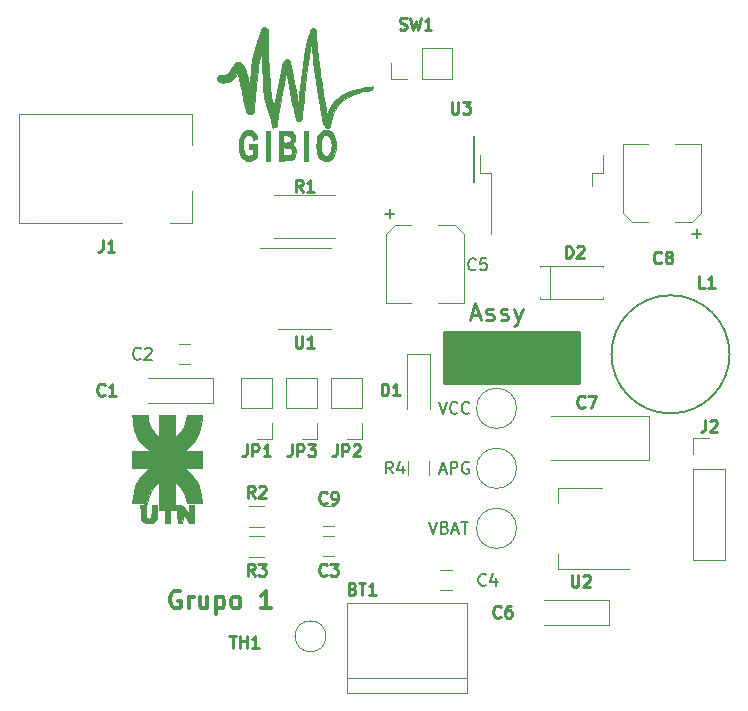
<source format=gbr>
G04 #@! TF.FileFunction,Legend,Top*
%FSLAX46Y46*%
G04 Gerber Fmt 4.6, Leading zero omitted, Abs format (unit mm)*
G04 Created by KiCad (PCBNEW 4.0.7) date 10/02/18 03:43:02*
%MOMM*%
%LPD*%
G01*
G04 APERTURE LIST*
%ADD10C,0.100000*%
%ADD11C,0.250000*%
%ADD12C,0.200000*%
%ADD13C,0.375000*%
%ADD14C,0.120000*%
%ADD15C,0.150000*%
%ADD16C,0.010000*%
%ADD17C,0.254000*%
G04 APERTURE END LIST*
D10*
D11*
X124857143Y-96262000D02*
X125571429Y-96262000D01*
X124714286Y-96690571D02*
X125214286Y-95190571D01*
X125714286Y-96690571D01*
X126142857Y-96619143D02*
X126285714Y-96690571D01*
X126571429Y-96690571D01*
X126714286Y-96619143D01*
X126785714Y-96476286D01*
X126785714Y-96404857D01*
X126714286Y-96262000D01*
X126571429Y-96190571D01*
X126357143Y-96190571D01*
X126214286Y-96119143D01*
X126142857Y-95976286D01*
X126142857Y-95904857D01*
X126214286Y-95762000D01*
X126357143Y-95690571D01*
X126571429Y-95690571D01*
X126714286Y-95762000D01*
X127357143Y-96619143D02*
X127500000Y-96690571D01*
X127785715Y-96690571D01*
X127928572Y-96619143D01*
X128000000Y-96476286D01*
X128000000Y-96404857D01*
X127928572Y-96262000D01*
X127785715Y-96190571D01*
X127571429Y-96190571D01*
X127428572Y-96119143D01*
X127357143Y-95976286D01*
X127357143Y-95904857D01*
X127428572Y-95762000D01*
X127571429Y-95690571D01*
X127785715Y-95690571D01*
X127928572Y-95762000D01*
X128500001Y-95690571D02*
X128857144Y-96690571D01*
X129214286Y-95690571D02*
X128857144Y-96690571D01*
X128714286Y-97047714D01*
X128642858Y-97119143D01*
X128500001Y-97190571D01*
D12*
X125090000Y-84940000D02*
X125090000Y-81060000D01*
D13*
X100239143Y-119646000D02*
X100096286Y-119574571D01*
X99882000Y-119574571D01*
X99667715Y-119646000D01*
X99524857Y-119788857D01*
X99453429Y-119931714D01*
X99382000Y-120217429D01*
X99382000Y-120431714D01*
X99453429Y-120717429D01*
X99524857Y-120860286D01*
X99667715Y-121003143D01*
X99882000Y-121074571D01*
X100024857Y-121074571D01*
X100239143Y-121003143D01*
X100310572Y-120931714D01*
X100310572Y-120431714D01*
X100024857Y-120431714D01*
X100953429Y-121074571D02*
X100953429Y-120074571D01*
X100953429Y-120360286D02*
X101024857Y-120217429D01*
X101096286Y-120146000D01*
X101239143Y-120074571D01*
X101382000Y-120074571D01*
X102524857Y-120074571D02*
X102524857Y-121074571D01*
X101882000Y-120074571D02*
X101882000Y-120860286D01*
X101953428Y-121003143D01*
X102096286Y-121074571D01*
X102310571Y-121074571D01*
X102453428Y-121003143D01*
X102524857Y-120931714D01*
X103239143Y-120074571D02*
X103239143Y-121574571D01*
X103239143Y-120146000D02*
X103382000Y-120074571D01*
X103667714Y-120074571D01*
X103810571Y-120146000D01*
X103882000Y-120217429D01*
X103953429Y-120360286D01*
X103953429Y-120788857D01*
X103882000Y-120931714D01*
X103810571Y-121003143D01*
X103667714Y-121074571D01*
X103382000Y-121074571D01*
X103239143Y-121003143D01*
X104810572Y-121074571D02*
X104667714Y-121003143D01*
X104596286Y-120931714D01*
X104524857Y-120788857D01*
X104524857Y-120360286D01*
X104596286Y-120217429D01*
X104667714Y-120146000D01*
X104810572Y-120074571D01*
X105024857Y-120074571D01*
X105167714Y-120146000D01*
X105239143Y-120217429D01*
X105310572Y-120360286D01*
X105310572Y-120788857D01*
X105239143Y-120931714D01*
X105167714Y-121003143D01*
X105024857Y-121074571D01*
X104810572Y-121074571D01*
X107882000Y-121074571D02*
X107024857Y-121074571D01*
X107453429Y-121074571D02*
X107453429Y-119574571D01*
X107310572Y-119788857D01*
X107167714Y-119931714D01*
X107024857Y-120003143D01*
D14*
X95330000Y-88420000D02*
X86530000Y-88420000D01*
X86530000Y-88420000D02*
X86530000Y-79220000D01*
X101230000Y-85720000D02*
X101230000Y-88420000D01*
X101230000Y-88420000D02*
X99330000Y-88420000D01*
X86530000Y-79220000D02*
X101230000Y-79220000D01*
X101230000Y-79220000D02*
X101230000Y-81820000D01*
X115630000Y-101540000D02*
X112970000Y-101540000D01*
X115630000Y-104140000D02*
X115630000Y-101540000D01*
X112970000Y-104140000D02*
X112970000Y-101540000D01*
X115630000Y-104140000D02*
X112970000Y-104140000D01*
X115630000Y-105410000D02*
X115630000Y-106740000D01*
X115630000Y-106740000D02*
X114300000Y-106740000D01*
X130690000Y-92192000D02*
X130690000Y-92062000D01*
X130690000Y-92062000D02*
X136010000Y-92062000D01*
X136010000Y-92062000D02*
X136010000Y-92192000D01*
X130690000Y-94752000D02*
X130690000Y-94882000D01*
X130690000Y-94882000D02*
X136010000Y-94882000D01*
X136010000Y-94882000D02*
X136010000Y-94752000D01*
X131530000Y-92062000D02*
X131530000Y-94882000D01*
X117604000Y-95248000D02*
X119784000Y-95248000D01*
X124204000Y-95248000D02*
X122024000Y-95248000D01*
X118364000Y-88648000D02*
X119784000Y-88648000D01*
X123444000Y-88648000D02*
X122024000Y-88648000D01*
X117604000Y-95248000D02*
X117604000Y-89408000D01*
X117604000Y-89408000D02*
X118364000Y-88648000D01*
X123444000Y-88648000D02*
X124204000Y-89408000D01*
X124204000Y-89408000D02*
X124204000Y-95248000D01*
D15*
X146732000Y-99568000D02*
G75*
G03X146732000Y-99568000I-5000000J0D01*
G01*
D14*
X102960000Y-103666000D02*
X97460000Y-103666000D01*
X102960000Y-101566000D02*
X97460000Y-101566000D01*
X102960000Y-103666000D02*
X102960000Y-101566000D01*
X100084000Y-100418000D02*
X101084000Y-100418000D01*
X101084000Y-98718000D02*
X100084000Y-98718000D01*
X113276000Y-114974000D02*
X112276000Y-114974000D01*
X112276000Y-116674000D02*
X113276000Y-116674000D01*
X123200000Y-117850000D02*
X122200000Y-117850000D01*
X122200000Y-119550000D02*
X123200000Y-119550000D01*
X136488000Y-122462000D02*
X130988000Y-122462000D01*
X136488000Y-120362000D02*
X130988000Y-120362000D01*
X136488000Y-122462000D02*
X136488000Y-120362000D01*
X139920000Y-108530000D02*
X131620000Y-108530000D01*
X139920000Y-104830000D02*
X131620000Y-104830000D01*
X139920000Y-108530000D02*
X139920000Y-104830000D01*
X143510000Y-88390000D02*
X142090000Y-88390000D01*
X144270000Y-81790000D02*
X142090000Y-81790000D01*
X137670000Y-81790000D02*
X139850000Y-81790000D01*
X138430000Y-88390000D02*
X139850000Y-88390000D01*
X144270000Y-81790000D02*
X144270000Y-87630000D01*
X144270000Y-87630000D02*
X143510000Y-88390000D01*
X138430000Y-88390000D02*
X137670000Y-87630000D01*
X137670000Y-87630000D02*
X137670000Y-81790000D01*
X121346000Y-99516000D02*
X119446000Y-99516000D01*
X119446000Y-99516000D02*
X119446000Y-104216000D01*
X121346000Y-99516000D02*
X121346000Y-104216000D01*
X143670000Y-116950000D02*
X146330000Y-116950000D01*
X143670000Y-109270000D02*
X143670000Y-116950000D01*
X146330000Y-109270000D02*
X146330000Y-116950000D01*
X143670000Y-109270000D02*
X146330000Y-109270000D01*
X143670000Y-108000000D02*
X143670000Y-106670000D01*
X143670000Y-106670000D02*
X145000000Y-106670000D01*
X106080000Y-112404000D02*
X107280000Y-112404000D01*
X107280000Y-114164000D02*
X106080000Y-114164000D01*
X107280000Y-116704000D02*
X106080000Y-116704000D01*
X106080000Y-114944000D02*
X107280000Y-114944000D01*
X121276000Y-108620000D02*
X121276000Y-109820000D01*
X119516000Y-109820000D02*
X119516000Y-108620000D01*
X112562000Y-123444000D02*
G75*
G03X112562000Y-123444000I-1310000J0D01*
G01*
X109942000Y-123444000D02*
X109812000Y-123444000D01*
X108514000Y-97430000D02*
X112974000Y-97430000D01*
X106994000Y-90530000D02*
X112974000Y-90530000D01*
X132202000Y-110890000D02*
X132202000Y-112150000D01*
X132202000Y-117710000D02*
X132202000Y-116450000D01*
X135962000Y-110890000D02*
X132202000Y-110890000D01*
X138212000Y-117710000D02*
X132202000Y-117710000D01*
X125610000Y-82730000D02*
X125610000Y-84230000D01*
X125610000Y-84230000D02*
X126560000Y-84230000D01*
X126560000Y-84230000D02*
X126560000Y-89355000D01*
X136010000Y-82730000D02*
X136010000Y-84230000D01*
X136010000Y-84230000D02*
X135060000Y-84230000D01*
X135060000Y-84230000D02*
X135060000Y-85330000D01*
X112276000Y-114134000D02*
X113276000Y-114134000D01*
X113276000Y-112434000D02*
X112276000Y-112434000D01*
X108010000Y-101540000D02*
X105350000Y-101540000D01*
X108010000Y-104140000D02*
X108010000Y-101540000D01*
X105350000Y-104140000D02*
X105350000Y-101540000D01*
X108010000Y-104140000D02*
X105350000Y-104140000D01*
X108010000Y-105410000D02*
X108010000Y-106740000D01*
X108010000Y-106740000D02*
X106680000Y-106740000D01*
X111820000Y-101540000D02*
X109160000Y-101540000D01*
X111820000Y-104140000D02*
X111820000Y-101540000D01*
X109160000Y-104140000D02*
X109160000Y-101540000D01*
X111820000Y-104140000D02*
X109160000Y-104140000D01*
X111820000Y-105410000D02*
X111820000Y-106740000D01*
X111820000Y-106740000D02*
X110490000Y-106740000D01*
X113344000Y-89704000D02*
X108144000Y-89704000D01*
X108144000Y-86064000D02*
X113344000Y-86064000D01*
X124460000Y-127000000D02*
X114300000Y-127000000D01*
X124460000Y-128270000D02*
X124460000Y-120650000D01*
X124460000Y-120650000D02*
X114300000Y-120650000D01*
X114300000Y-120650000D02*
X114300000Y-128270000D01*
X114300000Y-128270000D02*
X124460000Y-128270000D01*
X123250000Y-76260000D02*
X123250000Y-73600000D01*
X120650000Y-76260000D02*
X123250000Y-76260000D01*
X120650000Y-73600000D02*
X123250000Y-73600000D01*
X120650000Y-76260000D02*
X120650000Y-73600000D01*
X119380000Y-76260000D02*
X118050000Y-76260000D01*
X118050000Y-76260000D02*
X118050000Y-74930000D01*
X128700000Y-104140000D02*
G75*
G03X128700000Y-104140000I-1700000J0D01*
G01*
X128700000Y-114300000D02*
G75*
G03X128700000Y-114300000I-1700000J0D01*
G01*
X128700000Y-109220000D02*
G75*
G03X128700000Y-109220000I-1700000J0D01*
G01*
D16*
G36*
X107478587Y-71900460D02*
X107518507Y-71928789D01*
X107573043Y-71980801D01*
X107612260Y-72036983D01*
X107637937Y-72106303D01*
X107651853Y-72197728D01*
X107655786Y-72320226D01*
X107651514Y-72482765D01*
X107647096Y-72577158D01*
X107643775Y-72690332D01*
X107642585Y-72848919D01*
X107643330Y-73044892D01*
X107645812Y-73270221D01*
X107649835Y-73516878D01*
X107655202Y-73776835D01*
X107661717Y-74042063D01*
X107669182Y-74304533D01*
X107677402Y-74556218D01*
X107686179Y-74789088D01*
X107695318Y-74995116D01*
X107704620Y-75166272D01*
X107713576Y-75290947D01*
X107719346Y-75363167D01*
X107728075Y-75480020D01*
X107739136Y-75632738D01*
X107751901Y-75812555D01*
X107765743Y-76010704D01*
X107780034Y-76218419D01*
X107781513Y-76240105D01*
X107803755Y-76566026D01*
X107822948Y-76843428D01*
X107839716Y-77077189D01*
X107854688Y-77272186D01*
X107868488Y-77433294D01*
X107881742Y-77565391D01*
X107895077Y-77673354D01*
X107909119Y-77762060D01*
X107924493Y-77836384D01*
X107941826Y-77901204D01*
X107961744Y-77961397D01*
X107984872Y-78021839D01*
X108011837Y-78087407D01*
X108021671Y-78110970D01*
X108072424Y-78229400D01*
X108117667Y-78329152D01*
X108152223Y-78399179D01*
X108170131Y-78427857D01*
X108188019Y-78416634D01*
X108207574Y-78364571D01*
X108220015Y-78307541D01*
X108236349Y-78215975D01*
X108251024Y-78139546D01*
X108256973Y-78111684D01*
X108265775Y-78068612D01*
X108282429Y-77982332D01*
X108305096Y-77862559D01*
X108331933Y-77719008D01*
X108356353Y-77587163D01*
X108385533Y-77430210D01*
X108412406Y-77287984D01*
X108435054Y-77170466D01*
X108451557Y-77087635D01*
X108459201Y-77052426D01*
X108469917Y-77002977D01*
X108487975Y-76912587D01*
X108511036Y-76793239D01*
X108536756Y-76656915D01*
X108542176Y-76627789D01*
X108572660Y-76466971D01*
X108605576Y-76298877D01*
X108636884Y-76143849D01*
X108661672Y-76026210D01*
X108686961Y-75908636D01*
X108719220Y-75756248D01*
X108754670Y-75587025D01*
X108789529Y-75418950D01*
X108796617Y-75384526D01*
X108836430Y-75195311D01*
X108869913Y-75050192D01*
X108900263Y-74940319D01*
X108930675Y-74856848D01*
X108964344Y-74790929D01*
X109004466Y-74733716D01*
X109051184Y-74679679D01*
X109148619Y-74597794D01*
X109241946Y-74569224D01*
X109331462Y-74594000D01*
X109417463Y-74672152D01*
X109452095Y-74720118D01*
X109474636Y-74772041D01*
X109505636Y-74868342D01*
X109542984Y-75000581D01*
X109584568Y-75160316D01*
X109628275Y-75339107D01*
X109671996Y-75528513D01*
X109713618Y-75720093D01*
X109751030Y-75905407D01*
X109758769Y-75946000D01*
X109785587Y-76086897D01*
X109810204Y-76213465D01*
X109830299Y-76313957D01*
X109843549Y-76376630D01*
X109845745Y-76385920D01*
X109855994Y-76434915D01*
X109873130Y-76525721D01*
X109895108Y-76647142D01*
X109919882Y-76787983D01*
X109931244Y-76853814D01*
X109957903Y-77005594D01*
X109984149Y-77148617D01*
X110007494Y-77269760D01*
X110025453Y-77355903D01*
X110030270Y-77376421D01*
X110045863Y-77448264D01*
X110067113Y-77558992D01*
X110091410Y-77694418D01*
X110116143Y-77840351D01*
X110120071Y-77864368D01*
X110143094Y-77997179D01*
X110165132Y-78108636D01*
X110184087Y-78189186D01*
X110197859Y-78229276D01*
X110200856Y-78232000D01*
X110209147Y-78206455D01*
X110222476Y-78134169D01*
X110239900Y-78021668D01*
X110260475Y-77875474D01*
X110283260Y-77702114D01*
X110307309Y-77508109D01*
X110315846Y-77436579D01*
X110355469Y-77101541D01*
X110389590Y-76813827D01*
X110418939Y-76567517D01*
X110444249Y-76356688D01*
X110466250Y-76175419D01*
X110485674Y-76017787D01*
X110503252Y-75877871D01*
X110519715Y-75749749D01*
X110535795Y-75627500D01*
X110552222Y-75505201D01*
X110569728Y-75376930D01*
X110574196Y-75344421D01*
X110632031Y-74926592D01*
X110683753Y-74558712D01*
X110729894Y-74237512D01*
X110770986Y-73959727D01*
X110807560Y-73722088D01*
X110840149Y-73521328D01*
X110869284Y-73354181D01*
X110895498Y-73217378D01*
X110919321Y-73107652D01*
X110941286Y-73021737D01*
X110961925Y-72956365D01*
X110963700Y-72951474D01*
X110994562Y-72864418D01*
X111035110Y-72745913D01*
X111078404Y-72616349D01*
X111095656Y-72563789D01*
X111173345Y-72342752D01*
X111246392Y-72171474D01*
X111316544Y-72046479D01*
X111385546Y-71964290D01*
X111404391Y-71948848D01*
X111464027Y-71908705D01*
X111503489Y-71903654D01*
X111550560Y-71931025D01*
X111555228Y-71934350D01*
X111606865Y-71980438D01*
X111647707Y-72040959D01*
X111679334Y-72122681D01*
X111703332Y-72232371D01*
X111721280Y-72376797D01*
X111734763Y-72562725D01*
X111743063Y-72737579D01*
X111750233Y-72907767D01*
X111757400Y-73065355D01*
X111764068Y-73200367D01*
X111769743Y-73302830D01*
X111773930Y-73362767D01*
X111774233Y-73365895D01*
X111797545Y-73594270D01*
X111818648Y-73799091D01*
X111838209Y-73985490D01*
X111856897Y-74158596D01*
X111875377Y-74323541D01*
X111894318Y-74485456D01*
X111914385Y-74649471D01*
X111936247Y-74820717D01*
X111960570Y-75004325D01*
X111988021Y-75205426D01*
X112019268Y-75429151D01*
X112054977Y-75680629D01*
X112095816Y-75964993D01*
X112142452Y-76287373D01*
X112195551Y-76652899D01*
X112252215Y-77042210D01*
X112278698Y-77220291D01*
X112304941Y-77389924D01*
X112329213Y-77540425D01*
X112349784Y-77661108D01*
X112364923Y-77741287D01*
X112366970Y-77750737D01*
X112390161Y-77866196D01*
X112412306Y-77995734D01*
X112421448Y-78058210D01*
X112433439Y-78140932D01*
X112451936Y-78260720D01*
X112474454Y-78402263D01*
X112498505Y-78550247D01*
X112521604Y-78689360D01*
X112541266Y-78804288D01*
X112553832Y-78873684D01*
X112562369Y-78921640D01*
X112575991Y-79001556D01*
X112585892Y-79060842D01*
X112609112Y-79196076D01*
X112627905Y-79278931D01*
X112646301Y-79310085D01*
X112668332Y-79290213D01*
X112698026Y-79219992D01*
X112739415Y-79100099D01*
X112743704Y-79087335D01*
X112819616Y-78870244D01*
X112889461Y-78693620D01*
X112959587Y-78545360D01*
X113036342Y-78413363D01*
X113126073Y-78285527D01*
X113235128Y-78149751D01*
X113236099Y-78148596D01*
X113463982Y-77916097D01*
X113738048Y-77707304D01*
X114061642Y-77520666D01*
X114438110Y-77354635D01*
X114870798Y-77207660D01*
X115363052Y-77078191D01*
X115705466Y-77004876D01*
X115876663Y-76971804D01*
X116037067Y-76942240D01*
X116168013Y-76919537D01*
X116247333Y-76907480D01*
X116349791Y-76893322D01*
X116430837Y-76879926D01*
X116442066Y-76877653D01*
X116477402Y-76877386D01*
X116495219Y-76904091D01*
X116501076Y-76969170D01*
X116501333Y-76999230D01*
X116498836Y-77079225D01*
X116482642Y-77122309D01*
X116439696Y-77145044D01*
X116374333Y-77160335D01*
X116022005Y-77236859D01*
X115723340Y-77307871D01*
X115465341Y-77377333D01*
X115235011Y-77449205D01*
X115019352Y-77527450D01*
X114805365Y-77616028D01*
X114651494Y-77685430D01*
X114414493Y-77810023D01*
X114167253Y-77965460D01*
X113931392Y-78136716D01*
X113728527Y-78308770D01*
X113664482Y-78371343D01*
X113461384Y-78607526D01*
X113292894Y-78865899D01*
X113156505Y-79152425D01*
X113049709Y-79473069D01*
X112969998Y-79833794D01*
X112927758Y-80123453D01*
X112899619Y-80268058D01*
X112855041Y-80363939D01*
X112837861Y-80384137D01*
X112769214Y-80437249D01*
X112701954Y-80445425D01*
X112617295Y-80409560D01*
X112594276Y-80395729D01*
X112513415Y-80338030D01*
X112447413Y-80270925D01*
X112392857Y-80186800D01*
X112346337Y-80078037D01*
X112304440Y-79937022D01*
X112263754Y-79756137D01*
X112231167Y-79585236D01*
X112196051Y-79391649D01*
X112158392Y-79184038D01*
X112121498Y-78980640D01*
X112088677Y-78799692D01*
X112070576Y-78699895D01*
X112043666Y-78549529D01*
X112018319Y-78404314D01*
X111997118Y-78279292D01*
X111982650Y-78189506D01*
X111981001Y-78178526D01*
X111961522Y-78062946D01*
X111937556Y-77942142D01*
X111927580Y-77897789D01*
X111912969Y-77826488D01*
X111892694Y-77714081D01*
X111868800Y-77572591D01*
X111843333Y-77414036D01*
X111825195Y-77296210D01*
X111801215Y-77137980D01*
X111779089Y-76993067D01*
X111760435Y-76871987D01*
X111746871Y-76785254D01*
X111740848Y-76748105D01*
X111732202Y-76692483D01*
X111718076Y-76596087D01*
X111700254Y-76471307D01*
X111680522Y-76330534D01*
X111675400Y-76293579D01*
X111650383Y-76113130D01*
X111622002Y-75909219D01*
X111593986Y-75708591D01*
X111572919Y-75558316D01*
X111534711Y-75260324D01*
X111498070Y-74925117D01*
X111464456Y-74568952D01*
X111435327Y-74208085D01*
X111412144Y-73858776D01*
X111400637Y-73638702D01*
X111392166Y-73480966D01*
X111382420Y-73344889D01*
X111372156Y-73238172D01*
X111362130Y-73168518D01*
X111353098Y-73143629D01*
X111352050Y-73144070D01*
X111336321Y-73178050D01*
X111313981Y-73252566D01*
X111288473Y-73355273D01*
X111271527Y-73432737D01*
X111243776Y-73564217D01*
X111215957Y-73692319D01*
X111192415Y-73797165D01*
X111183817Y-73833789D01*
X111170152Y-73902724D01*
X111151571Y-74013834D01*
X111129765Y-74156079D01*
X111106428Y-74318417D01*
X111083379Y-74488842D01*
X111061466Y-74654359D01*
X111041016Y-74805250D01*
X111023350Y-74932038D01*
X111009790Y-75025246D01*
X111001659Y-75075396D01*
X111001327Y-75077053D01*
X110990970Y-75140493D01*
X110975917Y-75251665D01*
X110956791Y-75404990D01*
X110934217Y-75594891D01*
X110908820Y-75815791D01*
X110881223Y-76062111D01*
X110852049Y-76328276D01*
X110821925Y-76608707D01*
X110791473Y-76897826D01*
X110761317Y-77190057D01*
X110732083Y-77479822D01*
X110729069Y-77510105D01*
X110706625Y-77733719D01*
X110684005Y-77955002D01*
X110662227Y-78164284D01*
X110642311Y-78351894D01*
X110625274Y-78508161D01*
X110612136Y-78623416D01*
X110609369Y-78646421D01*
X110591617Y-78797741D01*
X110571735Y-78977254D01*
X110552456Y-79159819D01*
X110539797Y-79286108D01*
X110517646Y-79468192D01*
X110489293Y-79604117D01*
X110451406Y-79701151D01*
X110400649Y-79766561D01*
X110333691Y-79807613D01*
X110294503Y-79820887D01*
X110210596Y-79831151D01*
X110141626Y-79801255D01*
X110139393Y-79799673D01*
X110107926Y-79775272D01*
X110079847Y-79747059D01*
X110053807Y-79710478D01*
X110028462Y-79660975D01*
X110002465Y-79593995D01*
X109974469Y-79504983D01*
X109943127Y-79389385D01*
X109907092Y-79242646D01*
X109865020Y-79060210D01*
X109815562Y-78837524D01*
X109757372Y-78570033D01*
X109707550Y-78338947D01*
X109675011Y-78184195D01*
X109635836Y-77992148D01*
X109591622Y-77771127D01*
X109543967Y-77529453D01*
X109494467Y-77275447D01*
X109444721Y-77017429D01*
X109396324Y-76763719D01*
X109350875Y-76522639D01*
X109309971Y-76302508D01*
X109275209Y-76111648D01*
X109248185Y-75958379D01*
X109232796Y-75865789D01*
X109214479Y-75771737D01*
X109196549Y-75728812D01*
X109177969Y-75737572D01*
X109157701Y-75798577D01*
X109134708Y-75912384D01*
X109133505Y-75919263D01*
X109112423Y-76037359D01*
X109092420Y-76144195D01*
X109076827Y-76222150D01*
X109072852Y-76240105D01*
X109061823Y-76292434D01*
X109043017Y-76387215D01*
X109018463Y-76513991D01*
X108990191Y-76662305D01*
X108966488Y-76788210D01*
X108936761Y-76946161D01*
X108909232Y-77090861D01*
X108885914Y-77211854D01*
X108868819Y-77298683D01*
X108861021Y-77336316D01*
X108841973Y-77428377D01*
X108815909Y-77563829D01*
X108784541Y-77733035D01*
X108749587Y-77926357D01*
X108712760Y-78134160D01*
X108675775Y-78346805D01*
X108640349Y-78554656D01*
X108608195Y-78748077D01*
X108592185Y-78846947D01*
X108565311Y-79014534D01*
X108540313Y-79169716D01*
X108518818Y-79302448D01*
X108502453Y-79402688D01*
X108492845Y-79460391D01*
X108492586Y-79461895D01*
X108482836Y-79525635D01*
X108468595Y-79627953D01*
X108451855Y-79754196D01*
X108436259Y-79876468D01*
X108396112Y-80197461D01*
X108215626Y-80296287D01*
X108139029Y-80339364D01*
X108085930Y-80365514D01*
X108049927Y-80368744D01*
X108024617Y-80343059D01*
X108003597Y-80282467D01*
X107980464Y-80180974D01*
X107952633Y-80050105D01*
X107916435Y-79894798D01*
X107866333Y-79696957D01*
X107804852Y-79465924D01*
X107734517Y-79211043D01*
X107657852Y-78941657D01*
X107595033Y-78726631D01*
X107494541Y-78377599D01*
X107413750Y-78076859D01*
X107351985Y-77821709D01*
X107308570Y-77609447D01*
X107294273Y-77523474D01*
X107281916Y-77419072D01*
X107268715Y-77265373D01*
X107254878Y-77066543D01*
X107240611Y-76826754D01*
X107226122Y-76550172D01*
X107211619Y-76240968D01*
X107197308Y-75903310D01*
X107183397Y-75541367D01*
X107170094Y-75159308D01*
X107158650Y-74796316D01*
X107151246Y-74562245D01*
X107144366Y-74377172D01*
X107137615Y-74236623D01*
X107130597Y-74136127D01*
X107122916Y-74071211D01*
X107114177Y-74037403D01*
X107103985Y-74030233D01*
X107092190Y-74044767D01*
X107058503Y-74122548D01*
X107018315Y-74238312D01*
X106975958Y-74377257D01*
X106935762Y-74524582D01*
X106902060Y-74665485D01*
X106883972Y-74756210D01*
X106866198Y-74868115D01*
X106844149Y-75023905D01*
X106818950Y-75214164D01*
X106791725Y-75429475D01*
X106763596Y-75660419D01*
X106735688Y-75897580D01*
X106709124Y-76131541D01*
X106685028Y-76352883D01*
X106664523Y-76552189D01*
X106648733Y-76720042D01*
X106646316Y-76748105D01*
X106629486Y-76941754D01*
X106609300Y-77165457D01*
X106587898Y-77395971D01*
X106567421Y-77610053D01*
X106560165Y-77683895D01*
X106540918Y-77884155D01*
X106520336Y-78108805D01*
X106500452Y-78335000D01*
X106483300Y-78539897D01*
X106477652Y-78610865D01*
X106464811Y-78762401D01*
X106451474Y-78897188D01*
X106438772Y-79005311D01*
X106427838Y-79076855D01*
X106421870Y-79099802D01*
X106378296Y-79142237D01*
X106305044Y-79182147D01*
X106154340Y-79218988D01*
X106017026Y-79206475D01*
X105903293Y-79148668D01*
X105823330Y-79049625D01*
X105797678Y-78980018D01*
X105774997Y-78890107D01*
X105754622Y-78811329D01*
X105749870Y-78793474D01*
X105728987Y-78709758D01*
X105698966Y-78580635D01*
X105661392Y-78413496D01*
X105617846Y-78215733D01*
X105569911Y-77994737D01*
X105519169Y-77757902D01*
X105467205Y-77512618D01*
X105415599Y-77266277D01*
X105365936Y-77026273D01*
X105319798Y-76799995D01*
X105278766Y-76594837D01*
X105274819Y-76574821D01*
X105224963Y-76324092D01*
X105183572Y-76122221D01*
X105149550Y-75965130D01*
X105121803Y-75848739D01*
X105099236Y-75768969D01*
X105080753Y-75721740D01*
X105065260Y-75702973D01*
X105051662Y-75708589D01*
X105045192Y-75719346D01*
X104913354Y-75960256D01*
X104774131Y-76152656D01*
X104621545Y-76301498D01*
X104449618Y-76411735D01*
X104252372Y-76488318D01*
X104067214Y-76529532D01*
X103830134Y-76553171D01*
X103634564Y-76539719D01*
X103483981Y-76489575D01*
X103434522Y-76457302D01*
X103382366Y-76408435D01*
X103355041Y-76354779D01*
X103345014Y-76276879D01*
X103344133Y-76223814D01*
X103347614Y-76129672D01*
X103363434Y-76070180D01*
X103399657Y-76026621D01*
X103442877Y-75994631D01*
X103509183Y-75955599D01*
X103573659Y-75939074D01*
X103663920Y-75940215D01*
X103723236Y-75945491D01*
X103892056Y-75947934D01*
X104039225Y-75916753D01*
X104170641Y-75847923D01*
X104292202Y-75737420D01*
X104409808Y-75581220D01*
X104512367Y-75407115D01*
X104630872Y-75210496D01*
X104753839Y-75048411D01*
X104876064Y-74926846D01*
X104992344Y-74851791D01*
X104996463Y-74849984D01*
X105077920Y-74817590D01*
X105133733Y-74810984D01*
X105197372Y-74829850D01*
X105240088Y-74847674D01*
X105357008Y-74921277D01*
X105474450Y-75038935D01*
X105585062Y-75191591D01*
X105681494Y-75370188D01*
X105702198Y-75417055D01*
X105752227Y-75548937D01*
X105808901Y-75720885D01*
X105868588Y-75920110D01*
X105927658Y-76133822D01*
X105982480Y-76349232D01*
X106029421Y-76553551D01*
X106042168Y-76614421D01*
X106055062Y-76678560D01*
X106065672Y-76728285D01*
X106074688Y-76759715D01*
X106082800Y-76768964D01*
X106090700Y-76752151D01*
X106099078Y-76705391D01*
X106108624Y-76624800D01*
X106120028Y-76506497D01*
X106133982Y-76346596D01*
X106151176Y-76141215D01*
X106172300Y-75886470D01*
X106172908Y-75879158D01*
X106198599Y-75573343D01*
X106221223Y-75314660D01*
X106241721Y-75096862D01*
X106261041Y-74913701D01*
X106280124Y-74758930D01*
X106299917Y-74626302D01*
X106321363Y-74509569D01*
X106345407Y-74402484D01*
X106372994Y-74298798D01*
X106405067Y-74192266D01*
X106442571Y-74076639D01*
X106447749Y-74061053D01*
X106552823Y-73742801D01*
X106651473Y-73439081D01*
X106742370Y-73154271D01*
X106824187Y-72892748D01*
X106895595Y-72658890D01*
X106955268Y-72457076D01*
X107001876Y-72291682D01*
X107034092Y-72167088D01*
X107050588Y-72087671D01*
X107052533Y-72067135D01*
X107072819Y-72043310D01*
X107124304Y-71993608D01*
X107157641Y-71963141D01*
X107267732Y-71890312D01*
X107376032Y-71869293D01*
X107478587Y-71900460D01*
X107478587Y-71900460D01*
G37*
X107478587Y-71900460D02*
X107518507Y-71928789D01*
X107573043Y-71980801D01*
X107612260Y-72036983D01*
X107637937Y-72106303D01*
X107651853Y-72197728D01*
X107655786Y-72320226D01*
X107651514Y-72482765D01*
X107647096Y-72577158D01*
X107643775Y-72690332D01*
X107642585Y-72848919D01*
X107643330Y-73044892D01*
X107645812Y-73270221D01*
X107649835Y-73516878D01*
X107655202Y-73776835D01*
X107661717Y-74042063D01*
X107669182Y-74304533D01*
X107677402Y-74556218D01*
X107686179Y-74789088D01*
X107695318Y-74995116D01*
X107704620Y-75166272D01*
X107713576Y-75290947D01*
X107719346Y-75363167D01*
X107728075Y-75480020D01*
X107739136Y-75632738D01*
X107751901Y-75812555D01*
X107765743Y-76010704D01*
X107780034Y-76218419D01*
X107781513Y-76240105D01*
X107803755Y-76566026D01*
X107822948Y-76843428D01*
X107839716Y-77077189D01*
X107854688Y-77272186D01*
X107868488Y-77433294D01*
X107881742Y-77565391D01*
X107895077Y-77673354D01*
X107909119Y-77762060D01*
X107924493Y-77836384D01*
X107941826Y-77901204D01*
X107961744Y-77961397D01*
X107984872Y-78021839D01*
X108011837Y-78087407D01*
X108021671Y-78110970D01*
X108072424Y-78229400D01*
X108117667Y-78329152D01*
X108152223Y-78399179D01*
X108170131Y-78427857D01*
X108188019Y-78416634D01*
X108207574Y-78364571D01*
X108220015Y-78307541D01*
X108236349Y-78215975D01*
X108251024Y-78139546D01*
X108256973Y-78111684D01*
X108265775Y-78068612D01*
X108282429Y-77982332D01*
X108305096Y-77862559D01*
X108331933Y-77719008D01*
X108356353Y-77587163D01*
X108385533Y-77430210D01*
X108412406Y-77287984D01*
X108435054Y-77170466D01*
X108451557Y-77087635D01*
X108459201Y-77052426D01*
X108469917Y-77002977D01*
X108487975Y-76912587D01*
X108511036Y-76793239D01*
X108536756Y-76656915D01*
X108542176Y-76627789D01*
X108572660Y-76466971D01*
X108605576Y-76298877D01*
X108636884Y-76143849D01*
X108661672Y-76026210D01*
X108686961Y-75908636D01*
X108719220Y-75756248D01*
X108754670Y-75587025D01*
X108789529Y-75418950D01*
X108796617Y-75384526D01*
X108836430Y-75195311D01*
X108869913Y-75050192D01*
X108900263Y-74940319D01*
X108930675Y-74856848D01*
X108964344Y-74790929D01*
X109004466Y-74733716D01*
X109051184Y-74679679D01*
X109148619Y-74597794D01*
X109241946Y-74569224D01*
X109331462Y-74594000D01*
X109417463Y-74672152D01*
X109452095Y-74720118D01*
X109474636Y-74772041D01*
X109505636Y-74868342D01*
X109542984Y-75000581D01*
X109584568Y-75160316D01*
X109628275Y-75339107D01*
X109671996Y-75528513D01*
X109713618Y-75720093D01*
X109751030Y-75905407D01*
X109758769Y-75946000D01*
X109785587Y-76086897D01*
X109810204Y-76213465D01*
X109830299Y-76313957D01*
X109843549Y-76376630D01*
X109845745Y-76385920D01*
X109855994Y-76434915D01*
X109873130Y-76525721D01*
X109895108Y-76647142D01*
X109919882Y-76787983D01*
X109931244Y-76853814D01*
X109957903Y-77005594D01*
X109984149Y-77148617D01*
X110007494Y-77269760D01*
X110025453Y-77355903D01*
X110030270Y-77376421D01*
X110045863Y-77448264D01*
X110067113Y-77558992D01*
X110091410Y-77694418D01*
X110116143Y-77840351D01*
X110120071Y-77864368D01*
X110143094Y-77997179D01*
X110165132Y-78108636D01*
X110184087Y-78189186D01*
X110197859Y-78229276D01*
X110200856Y-78232000D01*
X110209147Y-78206455D01*
X110222476Y-78134169D01*
X110239900Y-78021668D01*
X110260475Y-77875474D01*
X110283260Y-77702114D01*
X110307309Y-77508109D01*
X110315846Y-77436579D01*
X110355469Y-77101541D01*
X110389590Y-76813827D01*
X110418939Y-76567517D01*
X110444249Y-76356688D01*
X110466250Y-76175419D01*
X110485674Y-76017787D01*
X110503252Y-75877871D01*
X110519715Y-75749749D01*
X110535795Y-75627500D01*
X110552222Y-75505201D01*
X110569728Y-75376930D01*
X110574196Y-75344421D01*
X110632031Y-74926592D01*
X110683753Y-74558712D01*
X110729894Y-74237512D01*
X110770986Y-73959727D01*
X110807560Y-73722088D01*
X110840149Y-73521328D01*
X110869284Y-73354181D01*
X110895498Y-73217378D01*
X110919321Y-73107652D01*
X110941286Y-73021737D01*
X110961925Y-72956365D01*
X110963700Y-72951474D01*
X110994562Y-72864418D01*
X111035110Y-72745913D01*
X111078404Y-72616349D01*
X111095656Y-72563789D01*
X111173345Y-72342752D01*
X111246392Y-72171474D01*
X111316544Y-72046479D01*
X111385546Y-71964290D01*
X111404391Y-71948848D01*
X111464027Y-71908705D01*
X111503489Y-71903654D01*
X111550560Y-71931025D01*
X111555228Y-71934350D01*
X111606865Y-71980438D01*
X111647707Y-72040959D01*
X111679334Y-72122681D01*
X111703332Y-72232371D01*
X111721280Y-72376797D01*
X111734763Y-72562725D01*
X111743063Y-72737579D01*
X111750233Y-72907767D01*
X111757400Y-73065355D01*
X111764068Y-73200367D01*
X111769743Y-73302830D01*
X111773930Y-73362767D01*
X111774233Y-73365895D01*
X111797545Y-73594270D01*
X111818648Y-73799091D01*
X111838209Y-73985490D01*
X111856897Y-74158596D01*
X111875377Y-74323541D01*
X111894318Y-74485456D01*
X111914385Y-74649471D01*
X111936247Y-74820717D01*
X111960570Y-75004325D01*
X111988021Y-75205426D01*
X112019268Y-75429151D01*
X112054977Y-75680629D01*
X112095816Y-75964993D01*
X112142452Y-76287373D01*
X112195551Y-76652899D01*
X112252215Y-77042210D01*
X112278698Y-77220291D01*
X112304941Y-77389924D01*
X112329213Y-77540425D01*
X112349784Y-77661108D01*
X112364923Y-77741287D01*
X112366970Y-77750737D01*
X112390161Y-77866196D01*
X112412306Y-77995734D01*
X112421448Y-78058210D01*
X112433439Y-78140932D01*
X112451936Y-78260720D01*
X112474454Y-78402263D01*
X112498505Y-78550247D01*
X112521604Y-78689360D01*
X112541266Y-78804288D01*
X112553832Y-78873684D01*
X112562369Y-78921640D01*
X112575991Y-79001556D01*
X112585892Y-79060842D01*
X112609112Y-79196076D01*
X112627905Y-79278931D01*
X112646301Y-79310085D01*
X112668332Y-79290213D01*
X112698026Y-79219992D01*
X112739415Y-79100099D01*
X112743704Y-79087335D01*
X112819616Y-78870244D01*
X112889461Y-78693620D01*
X112959587Y-78545360D01*
X113036342Y-78413363D01*
X113126073Y-78285527D01*
X113235128Y-78149751D01*
X113236099Y-78148596D01*
X113463982Y-77916097D01*
X113738048Y-77707304D01*
X114061642Y-77520666D01*
X114438110Y-77354635D01*
X114870798Y-77207660D01*
X115363052Y-77078191D01*
X115705466Y-77004876D01*
X115876663Y-76971804D01*
X116037067Y-76942240D01*
X116168013Y-76919537D01*
X116247333Y-76907480D01*
X116349791Y-76893322D01*
X116430837Y-76879926D01*
X116442066Y-76877653D01*
X116477402Y-76877386D01*
X116495219Y-76904091D01*
X116501076Y-76969170D01*
X116501333Y-76999230D01*
X116498836Y-77079225D01*
X116482642Y-77122309D01*
X116439696Y-77145044D01*
X116374333Y-77160335D01*
X116022005Y-77236859D01*
X115723340Y-77307871D01*
X115465341Y-77377333D01*
X115235011Y-77449205D01*
X115019352Y-77527450D01*
X114805365Y-77616028D01*
X114651494Y-77685430D01*
X114414493Y-77810023D01*
X114167253Y-77965460D01*
X113931392Y-78136716D01*
X113728527Y-78308770D01*
X113664482Y-78371343D01*
X113461384Y-78607526D01*
X113292894Y-78865899D01*
X113156505Y-79152425D01*
X113049709Y-79473069D01*
X112969998Y-79833794D01*
X112927758Y-80123453D01*
X112899619Y-80268058D01*
X112855041Y-80363939D01*
X112837861Y-80384137D01*
X112769214Y-80437249D01*
X112701954Y-80445425D01*
X112617295Y-80409560D01*
X112594276Y-80395729D01*
X112513415Y-80338030D01*
X112447413Y-80270925D01*
X112392857Y-80186800D01*
X112346337Y-80078037D01*
X112304440Y-79937022D01*
X112263754Y-79756137D01*
X112231167Y-79585236D01*
X112196051Y-79391649D01*
X112158392Y-79184038D01*
X112121498Y-78980640D01*
X112088677Y-78799692D01*
X112070576Y-78699895D01*
X112043666Y-78549529D01*
X112018319Y-78404314D01*
X111997118Y-78279292D01*
X111982650Y-78189506D01*
X111981001Y-78178526D01*
X111961522Y-78062946D01*
X111937556Y-77942142D01*
X111927580Y-77897789D01*
X111912969Y-77826488D01*
X111892694Y-77714081D01*
X111868800Y-77572591D01*
X111843333Y-77414036D01*
X111825195Y-77296210D01*
X111801215Y-77137980D01*
X111779089Y-76993067D01*
X111760435Y-76871987D01*
X111746871Y-76785254D01*
X111740848Y-76748105D01*
X111732202Y-76692483D01*
X111718076Y-76596087D01*
X111700254Y-76471307D01*
X111680522Y-76330534D01*
X111675400Y-76293579D01*
X111650383Y-76113130D01*
X111622002Y-75909219D01*
X111593986Y-75708591D01*
X111572919Y-75558316D01*
X111534711Y-75260324D01*
X111498070Y-74925117D01*
X111464456Y-74568952D01*
X111435327Y-74208085D01*
X111412144Y-73858776D01*
X111400637Y-73638702D01*
X111392166Y-73480966D01*
X111382420Y-73344889D01*
X111372156Y-73238172D01*
X111362130Y-73168518D01*
X111353098Y-73143629D01*
X111352050Y-73144070D01*
X111336321Y-73178050D01*
X111313981Y-73252566D01*
X111288473Y-73355273D01*
X111271527Y-73432737D01*
X111243776Y-73564217D01*
X111215957Y-73692319D01*
X111192415Y-73797165D01*
X111183817Y-73833789D01*
X111170152Y-73902724D01*
X111151571Y-74013834D01*
X111129765Y-74156079D01*
X111106428Y-74318417D01*
X111083379Y-74488842D01*
X111061466Y-74654359D01*
X111041016Y-74805250D01*
X111023350Y-74932038D01*
X111009790Y-75025246D01*
X111001659Y-75075396D01*
X111001327Y-75077053D01*
X110990970Y-75140493D01*
X110975917Y-75251665D01*
X110956791Y-75404990D01*
X110934217Y-75594891D01*
X110908820Y-75815791D01*
X110881223Y-76062111D01*
X110852049Y-76328276D01*
X110821925Y-76608707D01*
X110791473Y-76897826D01*
X110761317Y-77190057D01*
X110732083Y-77479822D01*
X110729069Y-77510105D01*
X110706625Y-77733719D01*
X110684005Y-77955002D01*
X110662227Y-78164284D01*
X110642311Y-78351894D01*
X110625274Y-78508161D01*
X110612136Y-78623416D01*
X110609369Y-78646421D01*
X110591617Y-78797741D01*
X110571735Y-78977254D01*
X110552456Y-79159819D01*
X110539797Y-79286108D01*
X110517646Y-79468192D01*
X110489293Y-79604117D01*
X110451406Y-79701151D01*
X110400649Y-79766561D01*
X110333691Y-79807613D01*
X110294503Y-79820887D01*
X110210596Y-79831151D01*
X110141626Y-79801255D01*
X110139393Y-79799673D01*
X110107926Y-79775272D01*
X110079847Y-79747059D01*
X110053807Y-79710478D01*
X110028462Y-79660975D01*
X110002465Y-79593995D01*
X109974469Y-79504983D01*
X109943127Y-79389385D01*
X109907092Y-79242646D01*
X109865020Y-79060210D01*
X109815562Y-78837524D01*
X109757372Y-78570033D01*
X109707550Y-78338947D01*
X109675011Y-78184195D01*
X109635836Y-77992148D01*
X109591622Y-77771127D01*
X109543967Y-77529453D01*
X109494467Y-77275447D01*
X109444721Y-77017429D01*
X109396324Y-76763719D01*
X109350875Y-76522639D01*
X109309971Y-76302508D01*
X109275209Y-76111648D01*
X109248185Y-75958379D01*
X109232796Y-75865789D01*
X109214479Y-75771737D01*
X109196549Y-75728812D01*
X109177969Y-75737572D01*
X109157701Y-75798577D01*
X109134708Y-75912384D01*
X109133505Y-75919263D01*
X109112423Y-76037359D01*
X109092420Y-76144195D01*
X109076827Y-76222150D01*
X109072852Y-76240105D01*
X109061823Y-76292434D01*
X109043017Y-76387215D01*
X109018463Y-76513991D01*
X108990191Y-76662305D01*
X108966488Y-76788210D01*
X108936761Y-76946161D01*
X108909232Y-77090861D01*
X108885914Y-77211854D01*
X108868819Y-77298683D01*
X108861021Y-77336316D01*
X108841973Y-77428377D01*
X108815909Y-77563829D01*
X108784541Y-77733035D01*
X108749587Y-77926357D01*
X108712760Y-78134160D01*
X108675775Y-78346805D01*
X108640349Y-78554656D01*
X108608195Y-78748077D01*
X108592185Y-78846947D01*
X108565311Y-79014534D01*
X108540313Y-79169716D01*
X108518818Y-79302448D01*
X108502453Y-79402688D01*
X108492845Y-79460391D01*
X108492586Y-79461895D01*
X108482836Y-79525635D01*
X108468595Y-79627953D01*
X108451855Y-79754196D01*
X108436259Y-79876468D01*
X108396112Y-80197461D01*
X108215626Y-80296287D01*
X108139029Y-80339364D01*
X108085930Y-80365514D01*
X108049927Y-80368744D01*
X108024617Y-80343059D01*
X108003597Y-80282467D01*
X107980464Y-80180974D01*
X107952633Y-80050105D01*
X107916435Y-79894798D01*
X107866333Y-79696957D01*
X107804852Y-79465924D01*
X107734517Y-79211043D01*
X107657852Y-78941657D01*
X107595033Y-78726631D01*
X107494541Y-78377599D01*
X107413750Y-78076859D01*
X107351985Y-77821709D01*
X107308570Y-77609447D01*
X107294273Y-77523474D01*
X107281916Y-77419072D01*
X107268715Y-77265373D01*
X107254878Y-77066543D01*
X107240611Y-76826754D01*
X107226122Y-76550172D01*
X107211619Y-76240968D01*
X107197308Y-75903310D01*
X107183397Y-75541367D01*
X107170094Y-75159308D01*
X107158650Y-74796316D01*
X107151246Y-74562245D01*
X107144366Y-74377172D01*
X107137615Y-74236623D01*
X107130597Y-74136127D01*
X107122916Y-74071211D01*
X107114177Y-74037403D01*
X107103985Y-74030233D01*
X107092190Y-74044767D01*
X107058503Y-74122548D01*
X107018315Y-74238312D01*
X106975958Y-74377257D01*
X106935762Y-74524582D01*
X106902060Y-74665485D01*
X106883972Y-74756210D01*
X106866198Y-74868115D01*
X106844149Y-75023905D01*
X106818950Y-75214164D01*
X106791725Y-75429475D01*
X106763596Y-75660419D01*
X106735688Y-75897580D01*
X106709124Y-76131541D01*
X106685028Y-76352883D01*
X106664523Y-76552189D01*
X106648733Y-76720042D01*
X106646316Y-76748105D01*
X106629486Y-76941754D01*
X106609300Y-77165457D01*
X106587898Y-77395971D01*
X106567421Y-77610053D01*
X106560165Y-77683895D01*
X106540918Y-77884155D01*
X106520336Y-78108805D01*
X106500452Y-78335000D01*
X106483300Y-78539897D01*
X106477652Y-78610865D01*
X106464811Y-78762401D01*
X106451474Y-78897188D01*
X106438772Y-79005311D01*
X106427838Y-79076855D01*
X106421870Y-79099802D01*
X106378296Y-79142237D01*
X106305044Y-79182147D01*
X106154340Y-79218988D01*
X106017026Y-79206475D01*
X105903293Y-79148668D01*
X105823330Y-79049625D01*
X105797678Y-78980018D01*
X105774997Y-78890107D01*
X105754622Y-78811329D01*
X105749870Y-78793474D01*
X105728987Y-78709758D01*
X105698966Y-78580635D01*
X105661392Y-78413496D01*
X105617846Y-78215733D01*
X105569911Y-77994737D01*
X105519169Y-77757902D01*
X105467205Y-77512618D01*
X105415599Y-77266277D01*
X105365936Y-77026273D01*
X105319798Y-76799995D01*
X105278766Y-76594837D01*
X105274819Y-76574821D01*
X105224963Y-76324092D01*
X105183572Y-76122221D01*
X105149550Y-75965130D01*
X105121803Y-75848739D01*
X105099236Y-75768969D01*
X105080753Y-75721740D01*
X105065260Y-75702973D01*
X105051662Y-75708589D01*
X105045192Y-75719346D01*
X104913354Y-75960256D01*
X104774131Y-76152656D01*
X104621545Y-76301498D01*
X104449618Y-76411735D01*
X104252372Y-76488318D01*
X104067214Y-76529532D01*
X103830134Y-76553171D01*
X103634564Y-76539719D01*
X103483981Y-76489575D01*
X103434522Y-76457302D01*
X103382366Y-76408435D01*
X103355041Y-76354779D01*
X103345014Y-76276879D01*
X103344133Y-76223814D01*
X103347614Y-76129672D01*
X103363434Y-76070180D01*
X103399657Y-76026621D01*
X103442877Y-75994631D01*
X103509183Y-75955599D01*
X103573659Y-75939074D01*
X103663920Y-75940215D01*
X103723236Y-75945491D01*
X103892056Y-75947934D01*
X104039225Y-75916753D01*
X104170641Y-75847923D01*
X104292202Y-75737420D01*
X104409808Y-75581220D01*
X104512367Y-75407115D01*
X104630872Y-75210496D01*
X104753839Y-75048411D01*
X104876064Y-74926846D01*
X104992344Y-74851791D01*
X104996463Y-74849984D01*
X105077920Y-74817590D01*
X105133733Y-74810984D01*
X105197372Y-74829850D01*
X105240088Y-74847674D01*
X105357008Y-74921277D01*
X105474450Y-75038935D01*
X105585062Y-75191591D01*
X105681494Y-75370188D01*
X105702198Y-75417055D01*
X105752227Y-75548937D01*
X105808901Y-75720885D01*
X105868588Y-75920110D01*
X105927658Y-76133822D01*
X105982480Y-76349232D01*
X106029421Y-76553551D01*
X106042168Y-76614421D01*
X106055062Y-76678560D01*
X106065672Y-76728285D01*
X106074688Y-76759715D01*
X106082800Y-76768964D01*
X106090700Y-76752151D01*
X106099078Y-76705391D01*
X106108624Y-76624800D01*
X106120028Y-76506497D01*
X106133982Y-76346596D01*
X106151176Y-76141215D01*
X106172300Y-75886470D01*
X106172908Y-75879158D01*
X106198599Y-75573343D01*
X106221223Y-75314660D01*
X106241721Y-75096862D01*
X106261041Y-74913701D01*
X106280124Y-74758930D01*
X106299917Y-74626302D01*
X106321363Y-74509569D01*
X106345407Y-74402484D01*
X106372994Y-74298798D01*
X106405067Y-74192266D01*
X106442571Y-74076639D01*
X106447749Y-74061053D01*
X106552823Y-73742801D01*
X106651473Y-73439081D01*
X106742370Y-73154271D01*
X106824187Y-72892748D01*
X106895595Y-72658890D01*
X106955268Y-72457076D01*
X107001876Y-72291682D01*
X107034092Y-72167088D01*
X107050588Y-72087671D01*
X107052533Y-72067135D01*
X107072819Y-72043310D01*
X107124304Y-71993608D01*
X107157641Y-71963141D01*
X107267732Y-71890312D01*
X107376032Y-71869293D01*
X107478587Y-71900460D01*
G36*
X106201241Y-80587809D02*
X106350613Y-80644506D01*
X106477840Y-80738396D01*
X106582301Y-80868983D01*
X106663375Y-81035771D01*
X106681995Y-81089500D01*
X106706988Y-81171956D01*
X106724584Y-81238350D01*
X106730786Y-81272670D01*
X106714373Y-81299708D01*
X106667111Y-81326885D01*
X106592002Y-81352783D01*
X106527600Y-81368710D01*
X106474600Y-81381485D01*
X106432611Y-81393716D01*
X106423132Y-81397216D01*
X106395734Y-81387010D01*
X106383067Y-81350911D01*
X106341455Y-81226376D01*
X106276025Y-81128286D01*
X106192398Y-81057972D01*
X106096192Y-81016759D01*
X105993026Y-81005978D01*
X105888522Y-81026955D01*
X105788297Y-81081020D01*
X105697972Y-81169500D01*
X105685476Y-81186027D01*
X105637099Y-81263087D01*
X105595417Y-81347421D01*
X105576995Y-81397000D01*
X105541550Y-81565596D01*
X105524140Y-81760754D01*
X105524707Y-81966098D01*
X105543190Y-82165251D01*
X105579529Y-82341833D01*
X105580457Y-82345090D01*
X105628040Y-82466439D01*
X105695436Y-82581523D01*
X105772125Y-82674307D01*
X105824142Y-82716437D01*
X105924079Y-82754497D01*
X106038272Y-82757986D01*
X106157527Y-82728986D01*
X106272649Y-82669578D01*
X106362500Y-82594561D01*
X106388018Y-82563622D01*
X106402022Y-82527368D01*
X106407906Y-82470391D01*
X106409066Y-82383170D01*
X106409066Y-82219800D01*
X106019600Y-82219800D01*
X106019600Y-81788000D01*
X106756835Y-81788000D01*
X106756203Y-82293855D01*
X106755716Y-82468532D01*
X106754482Y-82599631D01*
X106752086Y-82694374D01*
X106748118Y-82759981D01*
X106742166Y-82803672D01*
X106733819Y-82832667D01*
X106724421Y-82851340D01*
X106686673Y-82896308D01*
X106625199Y-82950808D01*
X106548514Y-83008830D01*
X106465134Y-83064362D01*
X106383576Y-83111392D01*
X106312355Y-83143910D01*
X106307466Y-83145666D01*
X106220019Y-83167033D01*
X106113843Y-83179039D01*
X106000228Y-83181703D01*
X105890460Y-83175043D01*
X105795829Y-83159075D01*
X105750438Y-83144804D01*
X105602034Y-83060445D01*
X105473705Y-82936856D01*
X105366702Y-82777034D01*
X105282276Y-82583977D01*
X105221679Y-82360684D01*
X105186161Y-82110152D01*
X105176974Y-81835381D01*
X105178535Y-81774085D01*
X105202184Y-81502085D01*
X105252044Y-81261691D01*
X105327033Y-81054435D01*
X105426067Y-80881851D01*
X105548065Y-80745469D01*
X105691941Y-80646822D01*
X105856615Y-80587443D01*
X106030343Y-80568799D01*
X106201241Y-80587809D01*
X106201241Y-80587809D01*
G37*
X106201241Y-80587809D02*
X106350613Y-80644506D01*
X106477840Y-80738396D01*
X106582301Y-80868983D01*
X106663375Y-81035771D01*
X106681995Y-81089500D01*
X106706988Y-81171956D01*
X106724584Y-81238350D01*
X106730786Y-81272670D01*
X106714373Y-81299708D01*
X106667111Y-81326885D01*
X106592002Y-81352783D01*
X106527600Y-81368710D01*
X106474600Y-81381485D01*
X106432611Y-81393716D01*
X106423132Y-81397216D01*
X106395734Y-81387010D01*
X106383067Y-81350911D01*
X106341455Y-81226376D01*
X106276025Y-81128286D01*
X106192398Y-81057972D01*
X106096192Y-81016759D01*
X105993026Y-81005978D01*
X105888522Y-81026955D01*
X105788297Y-81081020D01*
X105697972Y-81169500D01*
X105685476Y-81186027D01*
X105637099Y-81263087D01*
X105595417Y-81347421D01*
X105576995Y-81397000D01*
X105541550Y-81565596D01*
X105524140Y-81760754D01*
X105524707Y-81966098D01*
X105543190Y-82165251D01*
X105579529Y-82341833D01*
X105580457Y-82345090D01*
X105628040Y-82466439D01*
X105695436Y-82581523D01*
X105772125Y-82674307D01*
X105824142Y-82716437D01*
X105924079Y-82754497D01*
X106038272Y-82757986D01*
X106157527Y-82728986D01*
X106272649Y-82669578D01*
X106362500Y-82594561D01*
X106388018Y-82563622D01*
X106402022Y-82527368D01*
X106407906Y-82470391D01*
X106409066Y-82383170D01*
X106409066Y-82219800D01*
X106019600Y-82219800D01*
X106019600Y-81788000D01*
X106756835Y-81788000D01*
X106756203Y-82293855D01*
X106755716Y-82468532D01*
X106754482Y-82599631D01*
X106752086Y-82694374D01*
X106748118Y-82759981D01*
X106742166Y-82803672D01*
X106733819Y-82832667D01*
X106724421Y-82851340D01*
X106686673Y-82896308D01*
X106625199Y-82950808D01*
X106548514Y-83008830D01*
X106465134Y-83064362D01*
X106383576Y-83111392D01*
X106312355Y-83143910D01*
X106307466Y-83145666D01*
X106220019Y-83167033D01*
X106113843Y-83179039D01*
X106000228Y-83181703D01*
X105890460Y-83175043D01*
X105795829Y-83159075D01*
X105750438Y-83144804D01*
X105602034Y-83060445D01*
X105473705Y-82936856D01*
X105366702Y-82777034D01*
X105282276Y-82583977D01*
X105221679Y-82360684D01*
X105186161Y-82110152D01*
X105176974Y-81835381D01*
X105178535Y-81774085D01*
X105202184Y-81502085D01*
X105252044Y-81261691D01*
X105327033Y-81054435D01*
X105426067Y-80881851D01*
X105548065Y-80745469D01*
X105691941Y-80646822D01*
X105856615Y-80587443D01*
X106030343Y-80568799D01*
X106201241Y-80587809D01*
G36*
X112682811Y-80577079D02*
X112779400Y-80597110D01*
X112929029Y-80668415D01*
X113060259Y-80779946D01*
X113171730Y-80928027D01*
X113262081Y-81108981D01*
X113329952Y-81319132D01*
X113373983Y-81554803D01*
X113392812Y-81812318D01*
X113385081Y-82088001D01*
X113374055Y-82204221D01*
X113331170Y-82452202D01*
X113263183Y-82668218D01*
X113171186Y-82850292D01*
X113056270Y-82996447D01*
X112919527Y-83104705D01*
X112859126Y-83136878D01*
X112768246Y-83166124D01*
X112657066Y-83182190D01*
X112537447Y-83185093D01*
X112421248Y-83174852D01*
X112320329Y-83151487D01*
X112281507Y-83135957D01*
X112135074Y-83040646D01*
X112009854Y-82906492D01*
X111907297Y-82735904D01*
X111828852Y-82531290D01*
X111776117Y-82296000D01*
X111762922Y-82170137D01*
X111756088Y-82011879D01*
X111755616Y-81879981D01*
X112107759Y-81879981D01*
X112107769Y-81902300D01*
X112108943Y-82040488D01*
X112112568Y-82140836D01*
X112119812Y-82216269D01*
X112131843Y-82279710D01*
X112146777Y-82334100D01*
X112212106Y-82495667D01*
X112297316Y-82622361D01*
X112397581Y-82711142D01*
X112508074Y-82758975D01*
X112623968Y-82762821D01*
X112740436Y-82719644D01*
X112750126Y-82713760D01*
X112800223Y-82673040D01*
X112854343Y-82615832D01*
X112869590Y-82596790D01*
X112940142Y-82472641D01*
X112992434Y-82316507D01*
X113026487Y-82138011D01*
X113042324Y-81946773D01*
X113039965Y-81752415D01*
X113019431Y-81564558D01*
X112980743Y-81392823D01*
X112923922Y-81246831D01*
X112866431Y-81156278D01*
X112767488Y-81064308D01*
X112657623Y-81013681D01*
X112543429Y-81003733D01*
X112431503Y-81033795D01*
X112328439Y-81103202D01*
X112240833Y-81211287D01*
X112235596Y-81220035D01*
X112184322Y-81320139D01*
X112147948Y-81425266D01*
X112124426Y-81546336D01*
X112111712Y-81694268D01*
X112107759Y-81879981D01*
X111755616Y-81879981D01*
X111755468Y-81838680D01*
X111760917Y-81667998D01*
X111772288Y-81517289D01*
X111783337Y-81435071D01*
X111838353Y-81208912D01*
X111919151Y-81009949D01*
X112022644Y-80842754D01*
X112145742Y-80711901D01*
X112285356Y-80621963D01*
X112349267Y-80597144D01*
X112449772Y-80576604D01*
X112566430Y-80569915D01*
X112682811Y-80577079D01*
X112682811Y-80577079D01*
G37*
X112682811Y-80577079D02*
X112779400Y-80597110D01*
X112929029Y-80668415D01*
X113060259Y-80779946D01*
X113171730Y-80928027D01*
X113262081Y-81108981D01*
X113329952Y-81319132D01*
X113373983Y-81554803D01*
X113392812Y-81812318D01*
X113385081Y-82088001D01*
X113374055Y-82204221D01*
X113331170Y-82452202D01*
X113263183Y-82668218D01*
X113171186Y-82850292D01*
X113056270Y-82996447D01*
X112919527Y-83104705D01*
X112859126Y-83136878D01*
X112768246Y-83166124D01*
X112657066Y-83182190D01*
X112537447Y-83185093D01*
X112421248Y-83174852D01*
X112320329Y-83151487D01*
X112281507Y-83135957D01*
X112135074Y-83040646D01*
X112009854Y-82906492D01*
X111907297Y-82735904D01*
X111828852Y-82531290D01*
X111776117Y-82296000D01*
X111762922Y-82170137D01*
X111756088Y-82011879D01*
X111755616Y-81879981D01*
X112107759Y-81879981D01*
X112107769Y-81902300D01*
X112108943Y-82040488D01*
X112112568Y-82140836D01*
X112119812Y-82216269D01*
X112131843Y-82279710D01*
X112146777Y-82334100D01*
X112212106Y-82495667D01*
X112297316Y-82622361D01*
X112397581Y-82711142D01*
X112508074Y-82758975D01*
X112623968Y-82762821D01*
X112740436Y-82719644D01*
X112750126Y-82713760D01*
X112800223Y-82673040D01*
X112854343Y-82615832D01*
X112869590Y-82596790D01*
X112940142Y-82472641D01*
X112992434Y-82316507D01*
X113026487Y-82138011D01*
X113042324Y-81946773D01*
X113039965Y-81752415D01*
X113019431Y-81564558D01*
X112980743Y-81392823D01*
X112923922Y-81246831D01*
X112866431Y-81156278D01*
X112767488Y-81064308D01*
X112657623Y-81013681D01*
X112543429Y-81003733D01*
X112431503Y-81033795D01*
X112328439Y-81103202D01*
X112240833Y-81211287D01*
X112235596Y-81220035D01*
X112184322Y-81320139D01*
X112147948Y-81425266D01*
X112124426Y-81546336D01*
X112111712Y-81694268D01*
X112107759Y-81879981D01*
X111755616Y-81879981D01*
X111755468Y-81838680D01*
X111760917Y-81667998D01*
X111772288Y-81517289D01*
X111783337Y-81435071D01*
X111838353Y-81208912D01*
X111919151Y-81009949D01*
X112022644Y-80842754D01*
X112145742Y-80711901D01*
X112285356Y-80621963D01*
X112349267Y-80597144D01*
X112449772Y-80576604D01*
X112566430Y-80569915D01*
X112682811Y-80577079D01*
G36*
X107831466Y-83159600D02*
X107492800Y-83159600D01*
X107492800Y-80619600D01*
X107831466Y-80619600D01*
X107831466Y-83159600D01*
X107831466Y-83159600D01*
G37*
X107831466Y-83159600D02*
X107492800Y-83159600D01*
X107492800Y-80619600D01*
X107831466Y-80619600D01*
X107831466Y-83159600D01*
G36*
X109220870Y-80620334D02*
X109351732Y-80623171D01*
X109456854Y-80629061D01*
X109540293Y-80638952D01*
X109606109Y-80653794D01*
X109658359Y-80674538D01*
X109701103Y-80702132D01*
X109738398Y-80737527D01*
X109774304Y-80781671D01*
X109778819Y-80787748D01*
X109854397Y-80919036D01*
X109898993Y-81068308D01*
X109914244Y-81241134D01*
X109914266Y-81248724D01*
X109901311Y-81414154D01*
X109864571Y-81560552D01*
X109807235Y-81678686D01*
X109739732Y-81753934D01*
X109689273Y-81793074D01*
X109778468Y-81866239D01*
X109841220Y-81919348D01*
X109882603Y-81962032D01*
X109911331Y-82007195D01*
X109936122Y-82067737D01*
X109957420Y-82131141D01*
X109993654Y-82297598D01*
X110000346Y-82474518D01*
X109978539Y-82650551D01*
X109929278Y-82814346D01*
X109886478Y-82902902D01*
X109824098Y-82995345D01*
X109754558Y-83060697D01*
X109669733Y-83104342D01*
X109561501Y-83131668D01*
X109535159Y-83135819D01*
X109487839Y-83140640D01*
X109417380Y-83145164D01*
X109329014Y-83149293D01*
X109227975Y-83152932D01*
X109119496Y-83155983D01*
X109008811Y-83158351D01*
X108901152Y-83159937D01*
X108801753Y-83160646D01*
X108715847Y-83160381D01*
X108648667Y-83159045D01*
X108605447Y-83156541D01*
X108591371Y-83153250D01*
X108590916Y-83127379D01*
X108590407Y-83055563D01*
X108589861Y-82942653D01*
X108589293Y-82793505D01*
X108588720Y-82612970D01*
X108588159Y-82405904D01*
X108588081Y-82372200D01*
X108922667Y-82372200D01*
X108922691Y-82494672D01*
X108923627Y-82598391D01*
X108925314Y-82672956D01*
X108927596Y-82707965D01*
X108927801Y-82708750D01*
X108946005Y-82715158D01*
X108992268Y-82720648D01*
X109060785Y-82724825D01*
X109145751Y-82727295D01*
X109208563Y-82727800D01*
X109315316Y-82727023D01*
X109394126Y-82724144D01*
X109450910Y-82718336D01*
X109491581Y-82708771D01*
X109522053Y-82694624D01*
X109540689Y-82681387D01*
X109604203Y-82605111D01*
X109642416Y-82506235D01*
X109655389Y-82395817D01*
X109643188Y-82284913D01*
X109605876Y-82184583D01*
X109543516Y-82105885D01*
X109537340Y-82100769D01*
X109510649Y-82083782D01*
X109475918Y-82071604D01*
X109427471Y-82063470D01*
X109359632Y-82058616D01*
X109266723Y-82056279D01*
X109203165Y-82055791D01*
X108923864Y-82054700D01*
X108922667Y-82372200D01*
X108588081Y-82372200D01*
X108587627Y-82177159D01*
X108587139Y-81931589D01*
X108587053Y-81883250D01*
X108586037Y-81305400D01*
X108922758Y-81305400D01*
X108923041Y-81419538D01*
X108924619Y-81516478D01*
X108927213Y-81583825D01*
X108929520Y-81606883D01*
X108949097Y-81621576D01*
X108995376Y-81630994D01*
X109061401Y-81635492D01*
X109140217Y-81635429D01*
X109224866Y-81631161D01*
X109308395Y-81623045D01*
X109383846Y-81611440D01*
X109444264Y-81596703D01*
X109482693Y-81579190D01*
X109483700Y-81578417D01*
X109539913Y-81522957D01*
X109571646Y-81457378D01*
X109587056Y-81371585D01*
X109584837Y-81254400D01*
X109554919Y-81150969D01*
X109510387Y-81084388D01*
X109488912Y-81066817D01*
X109460726Y-81054327D01*
X109420150Y-81046094D01*
X109361504Y-81041297D01*
X109279111Y-81039115D01*
X109194659Y-81038700D01*
X108923785Y-81038700D01*
X108922758Y-81305400D01*
X108586037Y-81305400D01*
X108584830Y-80619600D01*
X109060208Y-80619599D01*
X109220870Y-80620334D01*
X109220870Y-80620334D01*
G37*
X109220870Y-80620334D02*
X109351732Y-80623171D01*
X109456854Y-80629061D01*
X109540293Y-80638952D01*
X109606109Y-80653794D01*
X109658359Y-80674538D01*
X109701103Y-80702132D01*
X109738398Y-80737527D01*
X109774304Y-80781671D01*
X109778819Y-80787748D01*
X109854397Y-80919036D01*
X109898993Y-81068308D01*
X109914244Y-81241134D01*
X109914266Y-81248724D01*
X109901311Y-81414154D01*
X109864571Y-81560552D01*
X109807235Y-81678686D01*
X109739732Y-81753934D01*
X109689273Y-81793074D01*
X109778468Y-81866239D01*
X109841220Y-81919348D01*
X109882603Y-81962032D01*
X109911331Y-82007195D01*
X109936122Y-82067737D01*
X109957420Y-82131141D01*
X109993654Y-82297598D01*
X110000346Y-82474518D01*
X109978539Y-82650551D01*
X109929278Y-82814346D01*
X109886478Y-82902902D01*
X109824098Y-82995345D01*
X109754558Y-83060697D01*
X109669733Y-83104342D01*
X109561501Y-83131668D01*
X109535159Y-83135819D01*
X109487839Y-83140640D01*
X109417380Y-83145164D01*
X109329014Y-83149293D01*
X109227975Y-83152932D01*
X109119496Y-83155983D01*
X109008811Y-83158351D01*
X108901152Y-83159937D01*
X108801753Y-83160646D01*
X108715847Y-83160381D01*
X108648667Y-83159045D01*
X108605447Y-83156541D01*
X108591371Y-83153250D01*
X108590916Y-83127379D01*
X108590407Y-83055563D01*
X108589861Y-82942653D01*
X108589293Y-82793505D01*
X108588720Y-82612970D01*
X108588159Y-82405904D01*
X108588081Y-82372200D01*
X108922667Y-82372200D01*
X108922691Y-82494672D01*
X108923627Y-82598391D01*
X108925314Y-82672956D01*
X108927596Y-82707965D01*
X108927801Y-82708750D01*
X108946005Y-82715158D01*
X108992268Y-82720648D01*
X109060785Y-82724825D01*
X109145751Y-82727295D01*
X109208563Y-82727800D01*
X109315316Y-82727023D01*
X109394126Y-82724144D01*
X109450910Y-82718336D01*
X109491581Y-82708771D01*
X109522053Y-82694624D01*
X109540689Y-82681387D01*
X109604203Y-82605111D01*
X109642416Y-82506235D01*
X109655389Y-82395817D01*
X109643188Y-82284913D01*
X109605876Y-82184583D01*
X109543516Y-82105885D01*
X109537340Y-82100769D01*
X109510649Y-82083782D01*
X109475918Y-82071604D01*
X109427471Y-82063470D01*
X109359632Y-82058616D01*
X109266723Y-82056279D01*
X109203165Y-82055791D01*
X108923864Y-82054700D01*
X108922667Y-82372200D01*
X108588081Y-82372200D01*
X108587627Y-82177159D01*
X108587139Y-81931589D01*
X108587053Y-81883250D01*
X108586037Y-81305400D01*
X108922758Y-81305400D01*
X108923041Y-81419538D01*
X108924619Y-81516478D01*
X108927213Y-81583825D01*
X108929520Y-81606883D01*
X108949097Y-81621576D01*
X108995376Y-81630994D01*
X109061401Y-81635492D01*
X109140217Y-81635429D01*
X109224866Y-81631161D01*
X109308395Y-81623045D01*
X109383846Y-81611440D01*
X109444264Y-81596703D01*
X109482693Y-81579190D01*
X109483700Y-81578417D01*
X109539913Y-81522957D01*
X109571646Y-81457378D01*
X109587056Y-81371585D01*
X109584837Y-81254400D01*
X109554919Y-81150969D01*
X109510387Y-81084388D01*
X109488912Y-81066817D01*
X109460726Y-81054327D01*
X109420150Y-81046094D01*
X109361504Y-81041297D01*
X109279111Y-81039115D01*
X109194659Y-81038700D01*
X108923785Y-81038700D01*
X108922758Y-81305400D01*
X108586037Y-81305400D01*
X108584830Y-80619600D01*
X109060208Y-80619599D01*
X109220870Y-80620334D01*
G36*
X111065733Y-83159600D02*
X110727066Y-83159600D01*
X110727066Y-80619600D01*
X111065733Y-80619600D01*
X111065733Y-83159600D01*
X111065733Y-83159600D01*
G37*
X111065733Y-83159600D02*
X110727066Y-83159600D01*
X110727066Y-80619600D01*
X111065733Y-80619600D01*
X111065733Y-83159600D01*
G36*
X97080916Y-112352584D02*
X97324333Y-112352666D01*
X97324333Y-112880343D01*
X97325451Y-113101993D01*
X97330233Y-113253918D01*
X97340816Y-113351046D01*
X97359340Y-113408306D01*
X97387943Y-113440626D01*
X97406216Y-113451843D01*
X97551397Y-113493341D01*
X97680188Y-113462607D01*
X97723476Y-113429142D01*
X97753204Y-113382166D01*
X97772971Y-113302028D01*
X97784483Y-113174083D01*
X97789443Y-112983688D01*
X97790000Y-112857642D01*
X97790000Y-112352666D01*
X98255666Y-112352666D01*
X98255666Y-112896739D01*
X98254434Y-113125164D01*
X98249077Y-113286639D01*
X98237103Y-113398866D01*
X98216021Y-113479544D01*
X98183339Y-113546376D01*
X98158836Y-113584656D01*
X98006445Y-113740028D01*
X97802607Y-113829186D01*
X97546525Y-113852371D01*
X97348778Y-113831698D01*
X97152973Y-113771536D01*
X97010111Y-113666737D01*
X96879833Y-113536545D01*
X96858666Y-112944523D01*
X96837500Y-112352501D01*
X97080916Y-112352584D01*
X97080916Y-112352584D01*
G37*
X97080916Y-112352584D02*
X97324333Y-112352666D01*
X97324333Y-112880343D01*
X97325451Y-113101993D01*
X97330233Y-113253918D01*
X97340816Y-113351046D01*
X97359340Y-113408306D01*
X97387943Y-113440626D01*
X97406216Y-113451843D01*
X97551397Y-113493341D01*
X97680188Y-113462607D01*
X97723476Y-113429142D01*
X97753204Y-113382166D01*
X97772971Y-113302028D01*
X97784483Y-113174083D01*
X97789443Y-112983688D01*
X97790000Y-112857642D01*
X97790000Y-112352666D01*
X98255666Y-112352666D01*
X98255666Y-112896739D01*
X98254434Y-113125164D01*
X98249077Y-113286639D01*
X98237103Y-113398866D01*
X98216021Y-113479544D01*
X98183339Y-113546376D01*
X98158836Y-113584656D01*
X98006445Y-113740028D01*
X97802607Y-113829186D01*
X97546525Y-113852371D01*
X97348778Y-113831698D01*
X97152973Y-113771536D01*
X97010111Y-113666737D01*
X96879833Y-113536545D01*
X96858666Y-112944523D01*
X96837500Y-112352501D01*
X97080916Y-112352584D01*
G36*
X99822000Y-112733666D02*
X99356333Y-112733666D01*
X99356333Y-113834333D01*
X98890666Y-113834333D01*
X98890666Y-112733666D01*
X98425000Y-112733666D01*
X98425000Y-112352666D01*
X99822000Y-112352666D01*
X99822000Y-112733666D01*
X99822000Y-112733666D01*
G37*
X99822000Y-112733666D02*
X99356333Y-112733666D01*
X99356333Y-113834333D01*
X98890666Y-113834333D01*
X98890666Y-112733666D01*
X98425000Y-112733666D01*
X98425000Y-112352666D01*
X99822000Y-112352666D01*
X99822000Y-112733666D01*
G36*
X100203000Y-112361400D02*
X100435833Y-112373833D01*
X100689833Y-112748898D01*
X100943833Y-113123964D01*
X100968177Y-112352666D01*
X101188838Y-112352614D01*
X101409500Y-112352561D01*
X101397011Y-113095593D01*
X101384523Y-113838625D01*
X101168807Y-113825896D01*
X100953090Y-113813166D01*
X100694461Y-113435911D01*
X100435833Y-113058656D01*
X100423661Y-113446494D01*
X100411489Y-113834333D01*
X99995108Y-113834333D01*
X99982637Y-113091650D01*
X99970166Y-112348968D01*
X100203000Y-112361400D01*
X100203000Y-112361400D01*
G37*
X100203000Y-112361400D02*
X100435833Y-112373833D01*
X100689833Y-112748898D01*
X100943833Y-113123964D01*
X100968177Y-112352666D01*
X101188838Y-112352614D01*
X101409500Y-112352561D01*
X101397011Y-113095593D01*
X101384523Y-113838625D01*
X101168807Y-113825896D01*
X100953090Y-113813166D01*
X100694461Y-113435911D01*
X100435833Y-113058656D01*
X100423661Y-113446494D01*
X100411489Y-113834333D01*
X99995108Y-113834333D01*
X99982637Y-113091650D01*
X99970166Y-112348968D01*
X100203000Y-112361400D01*
G36*
X99789408Y-105632250D02*
X99800833Y-106531833D01*
X100097936Y-106235500D01*
X100339040Y-105962845D01*
X100513764Y-105683722D01*
X100635950Y-105371833D01*
X100704939Y-105082299D01*
X100770946Y-104732666D01*
X102062481Y-104732666D01*
X102040127Y-105018416D01*
X101990167Y-105432900D01*
X101909105Y-105830483D01*
X101803128Y-106182855D01*
X101763105Y-106285926D01*
X101583701Y-106640526D01*
X101349459Y-106987155D01*
X101078112Y-107303806D01*
X100787397Y-107568473D01*
X100648256Y-107669218D01*
X100479679Y-107780666D01*
X102065666Y-107780666D01*
X102065666Y-109183011D01*
X101303613Y-109169755D01*
X101060316Y-109166635D01*
X100849280Y-109166054D01*
X100683828Y-109167873D01*
X100577287Y-109171954D01*
X100542752Y-109177666D01*
X100576290Y-109210107D01*
X100660229Y-109268776D01*
X100717088Y-109304666D01*
X100873567Y-109422352D01*
X101054146Y-109592829D01*
X101240295Y-109795737D01*
X101413481Y-110010718D01*
X101555171Y-110217412D01*
X101569278Y-110240861D01*
X101697081Y-110493658D01*
X101815565Y-110794114D01*
X101913831Y-111109179D01*
X101980985Y-111405802D01*
X102000751Y-111549553D01*
X102018572Y-111728401D01*
X102037313Y-111903670D01*
X102048840Y-112003416D01*
X102070854Y-112183333D01*
X100764949Y-112183333D01*
X100713434Y-111863995D01*
X100610327Y-111470333D01*
X100436505Y-111101271D01*
X100201740Y-110775332D01*
X100064772Y-110634519D01*
X99800833Y-110390113D01*
X99789424Y-111307889D01*
X99778015Y-112225666D01*
X98425000Y-112225666D01*
X98425000Y-111336666D01*
X98423115Y-111000001D01*
X98417376Y-110745402D01*
X98407651Y-110570351D01*
X98393813Y-110472330D01*
X98379280Y-110447666D01*
X98329870Y-110475837D01*
X98239158Y-110550672D01*
X98124363Y-110657650D01*
X98090554Y-110691083D01*
X97836432Y-111002639D01*
X97645378Y-111366407D01*
X97515246Y-111786608D01*
X97502345Y-111847314D01*
X97430166Y-112204500D01*
X96794545Y-112192867D01*
X96158925Y-112181235D01*
X96188745Y-111769534D01*
X96265916Y-111231606D01*
X96415558Y-110726510D01*
X96634764Y-110261825D01*
X96920631Y-109845131D01*
X96931123Y-109832340D01*
X97056571Y-109691116D01*
X97199128Y-109547493D01*
X97343370Y-109415089D01*
X97473874Y-109307529D01*
X97575217Y-109238433D01*
X97624468Y-109220000D01*
X97662468Y-109193642D01*
X97663034Y-109188250D01*
X97622953Y-109178845D01*
X97511588Y-109172088D01*
X97342289Y-109168290D01*
X97128405Y-109167762D01*
X96901034Y-109170482D01*
X96139000Y-109184464D01*
X96139000Y-107780666D01*
X97714647Y-107780666D01*
X97466573Y-107597113D01*
X97084810Y-107263385D01*
X96767726Y-106876139D01*
X96516757Y-106438149D01*
X96333338Y-105952190D01*
X96218904Y-105421034D01*
X96186869Y-105124250D01*
X96158120Y-104732666D01*
X97472500Y-104732790D01*
X97484053Y-104912645D01*
X97522489Y-105163730D01*
X97601547Y-105443646D01*
X97710008Y-105714282D01*
X97735158Y-105765753D01*
X97805164Y-105878567D01*
X97907870Y-106013993D01*
X98028396Y-106155804D01*
X98151864Y-106287768D01*
X98263393Y-106393655D01*
X98348103Y-106457236D01*
X98379279Y-106468333D01*
X98396795Y-106431463D01*
X98409984Y-106319218D01*
X98418976Y-106129145D01*
X98423899Y-105858794D01*
X98425000Y-105600500D01*
X98425000Y-104732666D01*
X99777982Y-104732666D01*
X99789408Y-105632250D01*
X99789408Y-105632250D01*
G37*
X99789408Y-105632250D02*
X99800833Y-106531833D01*
X100097936Y-106235500D01*
X100339040Y-105962845D01*
X100513764Y-105683722D01*
X100635950Y-105371833D01*
X100704939Y-105082299D01*
X100770946Y-104732666D01*
X102062481Y-104732666D01*
X102040127Y-105018416D01*
X101990167Y-105432900D01*
X101909105Y-105830483D01*
X101803128Y-106182855D01*
X101763105Y-106285926D01*
X101583701Y-106640526D01*
X101349459Y-106987155D01*
X101078112Y-107303806D01*
X100787397Y-107568473D01*
X100648256Y-107669218D01*
X100479679Y-107780666D01*
X102065666Y-107780666D01*
X102065666Y-109183011D01*
X101303613Y-109169755D01*
X101060316Y-109166635D01*
X100849280Y-109166054D01*
X100683828Y-109167873D01*
X100577287Y-109171954D01*
X100542752Y-109177666D01*
X100576290Y-109210107D01*
X100660229Y-109268776D01*
X100717088Y-109304666D01*
X100873567Y-109422352D01*
X101054146Y-109592829D01*
X101240295Y-109795737D01*
X101413481Y-110010718D01*
X101555171Y-110217412D01*
X101569278Y-110240861D01*
X101697081Y-110493658D01*
X101815565Y-110794114D01*
X101913831Y-111109179D01*
X101980985Y-111405802D01*
X102000751Y-111549553D01*
X102018572Y-111728401D01*
X102037313Y-111903670D01*
X102048840Y-112003416D01*
X102070854Y-112183333D01*
X100764949Y-112183333D01*
X100713434Y-111863995D01*
X100610327Y-111470333D01*
X100436505Y-111101271D01*
X100201740Y-110775332D01*
X100064772Y-110634519D01*
X99800833Y-110390113D01*
X99789424Y-111307889D01*
X99778015Y-112225666D01*
X98425000Y-112225666D01*
X98425000Y-111336666D01*
X98423115Y-111000001D01*
X98417376Y-110745402D01*
X98407651Y-110570351D01*
X98393813Y-110472330D01*
X98379280Y-110447666D01*
X98329870Y-110475837D01*
X98239158Y-110550672D01*
X98124363Y-110657650D01*
X98090554Y-110691083D01*
X97836432Y-111002639D01*
X97645378Y-111366407D01*
X97515246Y-111786608D01*
X97502345Y-111847314D01*
X97430166Y-112204500D01*
X96794545Y-112192867D01*
X96158925Y-112181235D01*
X96188745Y-111769534D01*
X96265916Y-111231606D01*
X96415558Y-110726510D01*
X96634764Y-110261825D01*
X96920631Y-109845131D01*
X96931123Y-109832340D01*
X97056571Y-109691116D01*
X97199128Y-109547493D01*
X97343370Y-109415089D01*
X97473874Y-109307529D01*
X97575217Y-109238433D01*
X97624468Y-109220000D01*
X97662468Y-109193642D01*
X97663034Y-109188250D01*
X97622953Y-109178845D01*
X97511588Y-109172088D01*
X97342289Y-109168290D01*
X97128405Y-109167762D01*
X96901034Y-109170482D01*
X96139000Y-109184464D01*
X96139000Y-107780666D01*
X97714647Y-107780666D01*
X97466573Y-107597113D01*
X97084810Y-107263385D01*
X96767726Y-106876139D01*
X96516757Y-106438149D01*
X96333338Y-105952190D01*
X96218904Y-105421034D01*
X96186869Y-105124250D01*
X96158120Y-104732666D01*
X97472500Y-104732790D01*
X97484053Y-104912645D01*
X97522489Y-105163730D01*
X97601547Y-105443646D01*
X97710008Y-105714282D01*
X97735158Y-105765753D01*
X97805164Y-105878567D01*
X97907870Y-106013993D01*
X98028396Y-106155804D01*
X98151864Y-106287768D01*
X98263393Y-106393655D01*
X98348103Y-106457236D01*
X98379279Y-106468333D01*
X98396795Y-106431463D01*
X98409984Y-106319218D01*
X98418976Y-106129145D01*
X98423899Y-105858794D01*
X98425000Y-105600500D01*
X98425000Y-104732666D01*
X99777982Y-104732666D01*
X99789408Y-105632250D01*
D11*
X93646667Y-89876381D02*
X93646667Y-90590667D01*
X93599047Y-90733524D01*
X93503809Y-90828762D01*
X93360952Y-90876381D01*
X93265714Y-90876381D01*
X94646667Y-90876381D02*
X94075238Y-90876381D01*
X94360952Y-90876381D02*
X94360952Y-89876381D01*
X94265714Y-90019238D01*
X94170476Y-90114476D01*
X94075238Y-90162095D01*
X113466667Y-107192381D02*
X113466667Y-107906667D01*
X113419047Y-108049524D01*
X113323809Y-108144762D01*
X113180952Y-108192381D01*
X113085714Y-108192381D01*
X113942857Y-108192381D02*
X113942857Y-107192381D01*
X114323810Y-107192381D01*
X114419048Y-107240000D01*
X114466667Y-107287619D01*
X114514286Y-107382857D01*
X114514286Y-107525714D01*
X114466667Y-107620952D01*
X114419048Y-107668571D01*
X114323810Y-107716190D01*
X113942857Y-107716190D01*
X114895238Y-107287619D02*
X114942857Y-107240000D01*
X115038095Y-107192381D01*
X115276191Y-107192381D01*
X115371429Y-107240000D01*
X115419048Y-107287619D01*
X115466667Y-107382857D01*
X115466667Y-107478095D01*
X115419048Y-107620952D01*
X114847619Y-108192381D01*
X115466667Y-108192381D01*
X132865905Y-91384381D02*
X132865905Y-90384381D01*
X133104000Y-90384381D01*
X133246858Y-90432000D01*
X133342096Y-90527238D01*
X133389715Y-90622476D01*
X133437334Y-90812952D01*
X133437334Y-90955810D01*
X133389715Y-91146286D01*
X133342096Y-91241524D01*
X133246858Y-91336762D01*
X133104000Y-91384381D01*
X132865905Y-91384381D01*
X133818286Y-90479619D02*
X133865905Y-90432000D01*
X133961143Y-90384381D01*
X134199239Y-90384381D01*
X134294477Y-90432000D01*
X134342096Y-90479619D01*
X134389715Y-90574857D01*
X134389715Y-90670095D01*
X134342096Y-90812952D01*
X133770667Y-91384381D01*
X134389715Y-91384381D01*
D15*
X125233334Y-92357143D02*
X125185715Y-92404762D01*
X125042858Y-92452381D01*
X124947620Y-92452381D01*
X124804762Y-92404762D01*
X124709524Y-92309524D01*
X124661905Y-92214286D01*
X124614286Y-92023810D01*
X124614286Y-91880952D01*
X124661905Y-91690476D01*
X124709524Y-91595238D01*
X124804762Y-91500000D01*
X124947620Y-91452381D01*
X125042858Y-91452381D01*
X125185715Y-91500000D01*
X125233334Y-91547619D01*
X126138096Y-91452381D02*
X125661905Y-91452381D01*
X125614286Y-91928571D01*
X125661905Y-91880952D01*
X125757143Y-91833333D01*
X125995239Y-91833333D01*
X126090477Y-91880952D01*
X126138096Y-91928571D01*
X126185715Y-92023810D01*
X126185715Y-92261905D01*
X126138096Y-92357143D01*
X126090477Y-92404762D01*
X125995239Y-92452381D01*
X125757143Y-92452381D01*
X125661905Y-92404762D01*
X125614286Y-92357143D01*
X117965429Y-88048952D02*
X117965429Y-87287047D01*
X118346381Y-87667999D02*
X117584476Y-87667999D01*
D11*
X144613334Y-93924381D02*
X144137143Y-93924381D01*
X144137143Y-92924381D01*
X145470477Y-93924381D02*
X144899048Y-93924381D01*
X145184762Y-93924381D02*
X145184762Y-92924381D01*
X145089524Y-93067238D01*
X144994286Y-93162476D01*
X144899048Y-93210095D01*
X93813334Y-102973143D02*
X93765715Y-103020762D01*
X93622858Y-103068381D01*
X93527620Y-103068381D01*
X93384762Y-103020762D01*
X93289524Y-102925524D01*
X93241905Y-102830286D01*
X93194286Y-102639810D01*
X93194286Y-102496952D01*
X93241905Y-102306476D01*
X93289524Y-102211238D01*
X93384762Y-102116000D01*
X93527620Y-102068381D01*
X93622858Y-102068381D01*
X93765715Y-102116000D01*
X93813334Y-102163619D01*
X94765715Y-103068381D02*
X94194286Y-103068381D01*
X94480000Y-103068381D02*
X94480000Y-102068381D01*
X94384762Y-102211238D01*
X94289524Y-102306476D01*
X94194286Y-102354095D01*
D15*
X96861334Y-99925143D02*
X96813715Y-99972762D01*
X96670858Y-100020381D01*
X96575620Y-100020381D01*
X96432762Y-99972762D01*
X96337524Y-99877524D01*
X96289905Y-99782286D01*
X96242286Y-99591810D01*
X96242286Y-99448952D01*
X96289905Y-99258476D01*
X96337524Y-99163238D01*
X96432762Y-99068000D01*
X96575620Y-99020381D01*
X96670858Y-99020381D01*
X96813715Y-99068000D01*
X96861334Y-99115619D01*
X97242286Y-99115619D02*
X97289905Y-99068000D01*
X97385143Y-99020381D01*
X97623239Y-99020381D01*
X97718477Y-99068000D01*
X97766096Y-99115619D01*
X97813715Y-99210857D01*
X97813715Y-99306095D01*
X97766096Y-99448952D01*
X97194667Y-100020381D01*
X97813715Y-100020381D01*
D11*
X112609334Y-118213143D02*
X112561715Y-118260762D01*
X112418858Y-118308381D01*
X112323620Y-118308381D01*
X112180762Y-118260762D01*
X112085524Y-118165524D01*
X112037905Y-118070286D01*
X111990286Y-117879810D01*
X111990286Y-117736952D01*
X112037905Y-117546476D01*
X112085524Y-117451238D01*
X112180762Y-117356000D01*
X112323620Y-117308381D01*
X112418858Y-117308381D01*
X112561715Y-117356000D01*
X112609334Y-117403619D01*
X112942667Y-117308381D02*
X113561715Y-117308381D01*
X113228381Y-117689333D01*
X113371239Y-117689333D01*
X113466477Y-117736952D01*
X113514096Y-117784571D01*
X113561715Y-117879810D01*
X113561715Y-118117905D01*
X113514096Y-118213143D01*
X113466477Y-118260762D01*
X113371239Y-118308381D01*
X113085524Y-118308381D01*
X112990286Y-118260762D01*
X112942667Y-118213143D01*
D15*
X126089334Y-119057143D02*
X126041715Y-119104762D01*
X125898858Y-119152381D01*
X125803620Y-119152381D01*
X125660762Y-119104762D01*
X125565524Y-119009524D01*
X125517905Y-118914286D01*
X125470286Y-118723810D01*
X125470286Y-118580952D01*
X125517905Y-118390476D01*
X125565524Y-118295238D01*
X125660762Y-118200000D01*
X125803620Y-118152381D01*
X125898858Y-118152381D01*
X126041715Y-118200000D01*
X126089334Y-118247619D01*
X126946477Y-118485714D02*
X126946477Y-119152381D01*
X126708381Y-118104762D02*
X126470286Y-118819048D01*
X127089334Y-118819048D01*
D11*
X127341334Y-121769143D02*
X127293715Y-121816762D01*
X127150858Y-121864381D01*
X127055620Y-121864381D01*
X126912762Y-121816762D01*
X126817524Y-121721524D01*
X126769905Y-121626286D01*
X126722286Y-121435810D01*
X126722286Y-121292952D01*
X126769905Y-121102476D01*
X126817524Y-121007238D01*
X126912762Y-120912000D01*
X127055620Y-120864381D01*
X127150858Y-120864381D01*
X127293715Y-120912000D01*
X127341334Y-120959619D01*
X128198477Y-120864381D02*
X128008000Y-120864381D01*
X127912762Y-120912000D01*
X127865143Y-120959619D01*
X127769905Y-121102476D01*
X127722286Y-121292952D01*
X127722286Y-121673905D01*
X127769905Y-121769143D01*
X127817524Y-121816762D01*
X127912762Y-121864381D01*
X128103239Y-121864381D01*
X128198477Y-121816762D01*
X128246096Y-121769143D01*
X128293715Y-121673905D01*
X128293715Y-121435810D01*
X128246096Y-121340571D01*
X128198477Y-121292952D01*
X128103239Y-121245333D01*
X127912762Y-121245333D01*
X127817524Y-121292952D01*
X127769905Y-121340571D01*
X127722286Y-121435810D01*
X134453334Y-103989143D02*
X134405715Y-104036762D01*
X134262858Y-104084381D01*
X134167620Y-104084381D01*
X134024762Y-104036762D01*
X133929524Y-103941524D01*
X133881905Y-103846286D01*
X133834286Y-103655810D01*
X133834286Y-103512952D01*
X133881905Y-103322476D01*
X133929524Y-103227238D01*
X134024762Y-103132000D01*
X134167620Y-103084381D01*
X134262858Y-103084381D01*
X134405715Y-103132000D01*
X134453334Y-103179619D01*
X134786667Y-103084381D02*
X135453334Y-103084381D01*
X135024762Y-104084381D01*
X140933534Y-91776143D02*
X140885915Y-91823762D01*
X140743058Y-91871381D01*
X140647820Y-91871381D01*
X140504962Y-91823762D01*
X140409724Y-91728524D01*
X140362105Y-91633286D01*
X140314486Y-91442810D01*
X140314486Y-91299952D01*
X140362105Y-91109476D01*
X140409724Y-91014238D01*
X140504962Y-90919000D01*
X140647820Y-90871381D01*
X140743058Y-90871381D01*
X140885915Y-90919000D01*
X140933534Y-90966619D01*
X141504962Y-91299952D02*
X141409724Y-91252333D01*
X141362105Y-91204714D01*
X141314486Y-91109476D01*
X141314486Y-91061857D01*
X141362105Y-90966619D01*
X141409724Y-90919000D01*
X141504962Y-90871381D01*
X141695439Y-90871381D01*
X141790677Y-90919000D01*
X141838296Y-90966619D01*
X141885915Y-91061857D01*
X141885915Y-91109476D01*
X141838296Y-91204714D01*
X141790677Y-91252333D01*
X141695439Y-91299952D01*
X141504962Y-91299952D01*
X141409724Y-91347571D01*
X141362105Y-91395190D01*
X141314486Y-91490429D01*
X141314486Y-91680905D01*
X141362105Y-91776143D01*
X141409724Y-91823762D01*
X141504962Y-91871381D01*
X141695439Y-91871381D01*
X141790677Y-91823762D01*
X141838296Y-91776143D01*
X141885915Y-91680905D01*
X141885915Y-91490429D01*
X141838296Y-91395190D01*
X141790677Y-91347571D01*
X141695439Y-91299952D01*
D15*
X143951429Y-89750952D02*
X143951429Y-88989047D01*
X144332381Y-89369999D02*
X143570476Y-89369999D01*
D11*
X117261905Y-103052381D02*
X117261905Y-102052381D01*
X117500000Y-102052381D01*
X117642858Y-102100000D01*
X117738096Y-102195238D01*
X117785715Y-102290476D01*
X117833334Y-102480952D01*
X117833334Y-102623810D01*
X117785715Y-102814286D01*
X117738096Y-102909524D01*
X117642858Y-103004762D01*
X117500000Y-103052381D01*
X117261905Y-103052381D01*
X118785715Y-103052381D02*
X118214286Y-103052381D01*
X118500000Y-103052381D02*
X118500000Y-102052381D01*
X118404762Y-102195238D01*
X118309524Y-102290476D01*
X118214286Y-102338095D01*
X144666667Y-105122381D02*
X144666667Y-105836667D01*
X144619047Y-105979524D01*
X144523809Y-106074762D01*
X144380952Y-106122381D01*
X144285714Y-106122381D01*
X145095238Y-105217619D02*
X145142857Y-105170000D01*
X145238095Y-105122381D01*
X145476191Y-105122381D01*
X145571429Y-105170000D01*
X145619048Y-105217619D01*
X145666667Y-105312857D01*
X145666667Y-105408095D01*
X145619048Y-105550952D01*
X145047619Y-106122381D01*
X145666667Y-106122381D01*
X106513334Y-111704381D02*
X106180000Y-111228190D01*
X105941905Y-111704381D02*
X105941905Y-110704381D01*
X106322858Y-110704381D01*
X106418096Y-110752000D01*
X106465715Y-110799619D01*
X106513334Y-110894857D01*
X106513334Y-111037714D01*
X106465715Y-111132952D01*
X106418096Y-111180571D01*
X106322858Y-111228190D01*
X105941905Y-111228190D01*
X106894286Y-110799619D02*
X106941905Y-110752000D01*
X107037143Y-110704381D01*
X107275239Y-110704381D01*
X107370477Y-110752000D01*
X107418096Y-110799619D01*
X107465715Y-110894857D01*
X107465715Y-110990095D01*
X107418096Y-111132952D01*
X106846667Y-111704381D01*
X107465715Y-111704381D01*
X106513334Y-118308381D02*
X106180000Y-117832190D01*
X105941905Y-118308381D02*
X105941905Y-117308381D01*
X106322858Y-117308381D01*
X106418096Y-117356000D01*
X106465715Y-117403619D01*
X106513334Y-117498857D01*
X106513334Y-117641714D01*
X106465715Y-117736952D01*
X106418096Y-117784571D01*
X106322858Y-117832190D01*
X105941905Y-117832190D01*
X106846667Y-117308381D02*
X107465715Y-117308381D01*
X107132381Y-117689333D01*
X107275239Y-117689333D01*
X107370477Y-117736952D01*
X107418096Y-117784571D01*
X107465715Y-117879810D01*
X107465715Y-118117905D01*
X107418096Y-118213143D01*
X107370477Y-118260762D01*
X107275239Y-118308381D01*
X106989524Y-118308381D01*
X106894286Y-118260762D01*
X106846667Y-118213143D01*
D15*
X118233334Y-109652381D02*
X117900000Y-109176190D01*
X117661905Y-109652381D02*
X117661905Y-108652381D01*
X118042858Y-108652381D01*
X118138096Y-108700000D01*
X118185715Y-108747619D01*
X118233334Y-108842857D01*
X118233334Y-108985714D01*
X118185715Y-109080952D01*
X118138096Y-109128571D01*
X118042858Y-109176190D01*
X117661905Y-109176190D01*
X119090477Y-108985714D02*
X119090477Y-109652381D01*
X118852381Y-108604762D02*
X118614286Y-109319048D01*
X119233334Y-109319048D01*
D11*
X104378286Y-123404381D02*
X104949715Y-123404381D01*
X104664000Y-124404381D02*
X104664000Y-123404381D01*
X105283048Y-124404381D02*
X105283048Y-123404381D01*
X105283048Y-123880571D02*
X105854477Y-123880571D01*
X105854477Y-124404381D02*
X105854477Y-123404381D01*
X106854477Y-124404381D02*
X106283048Y-124404381D01*
X106568762Y-124404381D02*
X106568762Y-123404381D01*
X106473524Y-123547238D01*
X106378286Y-123642476D01*
X106283048Y-123690095D01*
X109982095Y-98004381D02*
X109982095Y-98813905D01*
X110029714Y-98909143D01*
X110077333Y-98956762D01*
X110172571Y-99004381D01*
X110363048Y-99004381D01*
X110458286Y-98956762D01*
X110505905Y-98909143D01*
X110553524Y-98813905D01*
X110553524Y-98004381D01*
X111553524Y-99004381D02*
X110982095Y-99004381D01*
X111267809Y-99004381D02*
X111267809Y-98004381D01*
X111172571Y-98147238D01*
X111077333Y-98242476D01*
X110982095Y-98290095D01*
X133350095Y-118252381D02*
X133350095Y-119061905D01*
X133397714Y-119157143D01*
X133445333Y-119204762D01*
X133540571Y-119252381D01*
X133731048Y-119252381D01*
X133826286Y-119204762D01*
X133873905Y-119157143D01*
X133921524Y-119061905D01*
X133921524Y-118252381D01*
X134350095Y-118347619D02*
X134397714Y-118300000D01*
X134492952Y-118252381D01*
X134731048Y-118252381D01*
X134826286Y-118300000D01*
X134873905Y-118347619D01*
X134921524Y-118442857D01*
X134921524Y-118538095D01*
X134873905Y-118680952D01*
X134302476Y-119252381D01*
X134921524Y-119252381D01*
X123190095Y-78192381D02*
X123190095Y-79001905D01*
X123237714Y-79097143D01*
X123285333Y-79144762D01*
X123380571Y-79192381D01*
X123571048Y-79192381D01*
X123666286Y-79144762D01*
X123713905Y-79097143D01*
X123761524Y-79001905D01*
X123761524Y-78192381D01*
X124142476Y-78192381D02*
X124761524Y-78192381D01*
X124428190Y-78573333D01*
X124571048Y-78573333D01*
X124666286Y-78620952D01*
X124713905Y-78668571D01*
X124761524Y-78763810D01*
X124761524Y-79001905D01*
X124713905Y-79097143D01*
X124666286Y-79144762D01*
X124571048Y-79192381D01*
X124285333Y-79192381D01*
X124190095Y-79144762D01*
X124142476Y-79097143D01*
X112609334Y-112117143D02*
X112561715Y-112164762D01*
X112418858Y-112212381D01*
X112323620Y-112212381D01*
X112180762Y-112164762D01*
X112085524Y-112069524D01*
X112037905Y-111974286D01*
X111990286Y-111783810D01*
X111990286Y-111640952D01*
X112037905Y-111450476D01*
X112085524Y-111355238D01*
X112180762Y-111260000D01*
X112323620Y-111212381D01*
X112418858Y-111212381D01*
X112561715Y-111260000D01*
X112609334Y-111307619D01*
X113085524Y-112212381D02*
X113276000Y-112212381D01*
X113371239Y-112164762D01*
X113418858Y-112117143D01*
X113514096Y-111974286D01*
X113561715Y-111783810D01*
X113561715Y-111402857D01*
X113514096Y-111307619D01*
X113466477Y-111260000D01*
X113371239Y-111212381D01*
X113180762Y-111212381D01*
X113085524Y-111260000D01*
X113037905Y-111307619D01*
X112990286Y-111402857D01*
X112990286Y-111640952D01*
X113037905Y-111736190D01*
X113085524Y-111783810D01*
X113180762Y-111831429D01*
X113371239Y-111831429D01*
X113466477Y-111783810D01*
X113514096Y-111736190D01*
X113561715Y-111640952D01*
X105846667Y-107192381D02*
X105846667Y-107906667D01*
X105799047Y-108049524D01*
X105703809Y-108144762D01*
X105560952Y-108192381D01*
X105465714Y-108192381D01*
X106322857Y-108192381D02*
X106322857Y-107192381D01*
X106703810Y-107192381D01*
X106799048Y-107240000D01*
X106846667Y-107287619D01*
X106894286Y-107382857D01*
X106894286Y-107525714D01*
X106846667Y-107620952D01*
X106799048Y-107668571D01*
X106703810Y-107716190D01*
X106322857Y-107716190D01*
X107846667Y-108192381D02*
X107275238Y-108192381D01*
X107560952Y-108192381D02*
X107560952Y-107192381D01*
X107465714Y-107335238D01*
X107370476Y-107430476D01*
X107275238Y-107478095D01*
X109656667Y-107192381D02*
X109656667Y-107906667D01*
X109609047Y-108049524D01*
X109513809Y-108144762D01*
X109370952Y-108192381D01*
X109275714Y-108192381D01*
X110132857Y-108192381D02*
X110132857Y-107192381D01*
X110513810Y-107192381D01*
X110609048Y-107240000D01*
X110656667Y-107287619D01*
X110704286Y-107382857D01*
X110704286Y-107525714D01*
X110656667Y-107620952D01*
X110609048Y-107668571D01*
X110513810Y-107716190D01*
X110132857Y-107716190D01*
X111037619Y-107192381D02*
X111656667Y-107192381D01*
X111323333Y-107573333D01*
X111466191Y-107573333D01*
X111561429Y-107620952D01*
X111609048Y-107668571D01*
X111656667Y-107763810D01*
X111656667Y-108001905D01*
X111609048Y-108097143D01*
X111561429Y-108144762D01*
X111466191Y-108192381D01*
X111180476Y-108192381D01*
X111085238Y-108144762D01*
X111037619Y-108097143D01*
D15*
D11*
X110577334Y-85796381D02*
X110244000Y-85320190D01*
X110005905Y-85796381D02*
X110005905Y-84796381D01*
X110386858Y-84796381D01*
X110482096Y-84844000D01*
X110529715Y-84891619D01*
X110577334Y-84986857D01*
X110577334Y-85129714D01*
X110529715Y-85224952D01*
X110482096Y-85272571D01*
X110386858Y-85320190D01*
X110005905Y-85320190D01*
X111529715Y-85796381D02*
X110958286Y-85796381D01*
X111244000Y-85796381D02*
X111244000Y-84796381D01*
X111148762Y-84939238D01*
X111053524Y-85034476D01*
X110958286Y-85082095D01*
X114804286Y-119398571D02*
X114947143Y-119446190D01*
X114994762Y-119493810D01*
X115042381Y-119589048D01*
X115042381Y-119731905D01*
X114994762Y-119827143D01*
X114947143Y-119874762D01*
X114851905Y-119922381D01*
X114470952Y-119922381D01*
X114470952Y-118922381D01*
X114804286Y-118922381D01*
X114899524Y-118970000D01*
X114947143Y-119017619D01*
X114994762Y-119112857D01*
X114994762Y-119208095D01*
X114947143Y-119303333D01*
X114899524Y-119350952D01*
X114804286Y-119398571D01*
X114470952Y-119398571D01*
X115328095Y-118922381D02*
X115899524Y-118922381D01*
X115613809Y-119922381D02*
X115613809Y-118922381D01*
X116756667Y-119922381D02*
X116185238Y-119922381D01*
X116470952Y-119922381D02*
X116470952Y-118922381D01*
X116375714Y-119065238D01*
X116280476Y-119160476D01*
X116185238Y-119208095D01*
X118808667Y-72032762D02*
X118951524Y-72080381D01*
X119189620Y-72080381D01*
X119284858Y-72032762D01*
X119332477Y-71985143D01*
X119380096Y-71889905D01*
X119380096Y-71794667D01*
X119332477Y-71699429D01*
X119284858Y-71651810D01*
X119189620Y-71604190D01*
X118999143Y-71556571D01*
X118903905Y-71508952D01*
X118856286Y-71461333D01*
X118808667Y-71366095D01*
X118808667Y-71270857D01*
X118856286Y-71175619D01*
X118903905Y-71128000D01*
X118999143Y-71080381D01*
X119237239Y-71080381D01*
X119380096Y-71128000D01*
X119713429Y-71080381D02*
X119951524Y-72080381D01*
X120142001Y-71366095D01*
X120332477Y-72080381D01*
X120570572Y-71080381D01*
X121475334Y-72080381D02*
X120903905Y-72080381D01*
X121189619Y-72080381D02*
X121189619Y-71080381D01*
X121094381Y-71223238D01*
X120999143Y-71318476D01*
X120903905Y-71366095D01*
D15*
X122110667Y-103592381D02*
X122444000Y-104592381D01*
X122777334Y-103592381D01*
X123682096Y-104497143D02*
X123634477Y-104544762D01*
X123491620Y-104592381D01*
X123396382Y-104592381D01*
X123253524Y-104544762D01*
X123158286Y-104449524D01*
X123110667Y-104354286D01*
X123063048Y-104163810D01*
X123063048Y-104020952D01*
X123110667Y-103830476D01*
X123158286Y-103735238D01*
X123253524Y-103640000D01*
X123396382Y-103592381D01*
X123491620Y-103592381D01*
X123634477Y-103640000D01*
X123682096Y-103687619D01*
X124682096Y-104497143D02*
X124634477Y-104544762D01*
X124491620Y-104592381D01*
X124396382Y-104592381D01*
X124253524Y-104544762D01*
X124158286Y-104449524D01*
X124110667Y-104354286D01*
X124063048Y-104163810D01*
X124063048Y-104020952D01*
X124110667Y-103830476D01*
X124158286Y-103735238D01*
X124253524Y-103640000D01*
X124396382Y-103592381D01*
X124491620Y-103592381D01*
X124634477Y-103640000D01*
X124682096Y-103687619D01*
X121293143Y-113752381D02*
X121626476Y-114752381D01*
X121959810Y-113752381D01*
X122626477Y-114228571D02*
X122769334Y-114276190D01*
X122816953Y-114323810D01*
X122864572Y-114419048D01*
X122864572Y-114561905D01*
X122816953Y-114657143D01*
X122769334Y-114704762D01*
X122674096Y-114752381D01*
X122293143Y-114752381D01*
X122293143Y-113752381D01*
X122626477Y-113752381D01*
X122721715Y-113800000D01*
X122769334Y-113847619D01*
X122816953Y-113942857D01*
X122816953Y-114038095D01*
X122769334Y-114133333D01*
X122721715Y-114180952D01*
X122626477Y-114228571D01*
X122293143Y-114228571D01*
X123245524Y-114466667D02*
X123721715Y-114466667D01*
X123150286Y-114752381D02*
X123483619Y-113752381D01*
X123816953Y-114752381D01*
X124007429Y-113752381D02*
X124578858Y-113752381D01*
X124293143Y-114752381D02*
X124293143Y-113752381D01*
X122205905Y-109386667D02*
X122682096Y-109386667D01*
X122110667Y-109672381D02*
X122444000Y-108672381D01*
X122777334Y-109672381D01*
X123110667Y-109672381D02*
X123110667Y-108672381D01*
X123491620Y-108672381D01*
X123586858Y-108720000D01*
X123634477Y-108767619D01*
X123682096Y-108862857D01*
X123682096Y-109005714D01*
X123634477Y-109100952D01*
X123586858Y-109148571D01*
X123491620Y-109196190D01*
X123110667Y-109196190D01*
X124634477Y-108720000D02*
X124539239Y-108672381D01*
X124396382Y-108672381D01*
X124253524Y-108720000D01*
X124158286Y-108815238D01*
X124110667Y-108910476D01*
X124063048Y-109100952D01*
X124063048Y-109243810D01*
X124110667Y-109434286D01*
X124158286Y-109529524D01*
X124253524Y-109624762D01*
X124396382Y-109672381D01*
X124491620Y-109672381D01*
X124634477Y-109624762D01*
X124682096Y-109577143D01*
X124682096Y-109243810D01*
X124491620Y-109243810D01*
D17*
G36*
X133985000Y-101981000D02*
X122555000Y-101981000D01*
X122555000Y-97663000D01*
X133985000Y-97663000D01*
X133985000Y-101981000D01*
X133985000Y-101981000D01*
G37*
X133985000Y-101981000D02*
X122555000Y-101981000D01*
X122555000Y-97663000D01*
X133985000Y-97663000D01*
X133985000Y-101981000D01*
M02*

</source>
